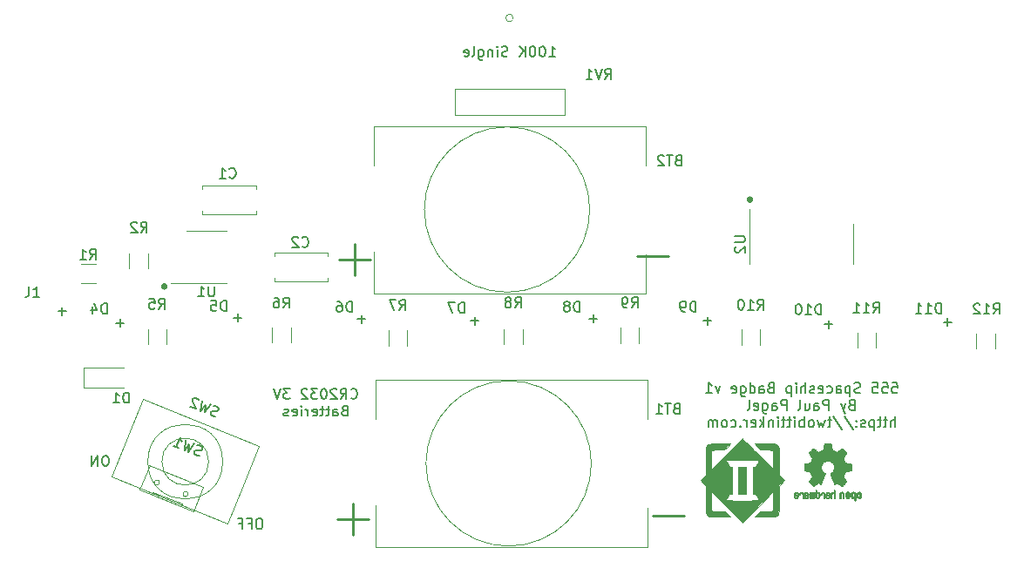
<source format=gbr>
%TF.GenerationSoftware,KiCad,Pcbnew,5.1.10-88a1d61d58~88~ubuntu20.04.1*%
%TF.CreationDate,2021-09-19T12:56:21-04:00*%
%TF.ProjectId,Spaceship-Badge-555,53706163-6573-4686-9970-2d4261646765,rev?*%
%TF.SameCoordinates,Original*%
%TF.FileFunction,Legend,Bot*%
%TF.FilePolarity,Positive*%
%FSLAX46Y46*%
G04 Gerber Fmt 4.6, Leading zero omitted, Abs format (unit mm)*
G04 Created by KiCad (PCBNEW 5.1.10-88a1d61d58~88~ubuntu20.04.1) date 2021-09-19 12:56:21*
%MOMM*%
%LPD*%
G01*
G04 APERTURE LIST*
%ADD10C,0.150000*%
%ADD11C,0.250000*%
%ADD12C,0.120000*%
%ADD13C,0.010000*%
G04 APERTURE END LIST*
D10*
X233707794Y-107123980D02*
X234183984Y-107123980D01*
X234231603Y-107600171D01*
X234183984Y-107552552D01*
X234088746Y-107504933D01*
X233850651Y-107504933D01*
X233755413Y-107552552D01*
X233707794Y-107600171D01*
X233660175Y-107695409D01*
X233660175Y-107933504D01*
X233707794Y-108028742D01*
X233755413Y-108076361D01*
X233850651Y-108123980D01*
X234088746Y-108123980D01*
X234183984Y-108076361D01*
X234231603Y-108028742D01*
X232755413Y-107123980D02*
X233231603Y-107123980D01*
X233279222Y-107600171D01*
X233231603Y-107552552D01*
X233136365Y-107504933D01*
X232898270Y-107504933D01*
X232803032Y-107552552D01*
X232755413Y-107600171D01*
X232707794Y-107695409D01*
X232707794Y-107933504D01*
X232755413Y-108028742D01*
X232803032Y-108076361D01*
X232898270Y-108123980D01*
X233136365Y-108123980D01*
X233231603Y-108076361D01*
X233279222Y-108028742D01*
X231803032Y-107123980D02*
X232279222Y-107123980D01*
X232326841Y-107600171D01*
X232279222Y-107552552D01*
X232183984Y-107504933D01*
X231945889Y-107504933D01*
X231850651Y-107552552D01*
X231803032Y-107600171D01*
X231755413Y-107695409D01*
X231755413Y-107933504D01*
X231803032Y-108028742D01*
X231850651Y-108076361D01*
X231945889Y-108123980D01*
X232183984Y-108123980D01*
X232279222Y-108076361D01*
X232326841Y-108028742D01*
X230612556Y-108076361D02*
X230469699Y-108123980D01*
X230231603Y-108123980D01*
X230136365Y-108076361D01*
X230088746Y-108028742D01*
X230041127Y-107933504D01*
X230041127Y-107838266D01*
X230088746Y-107743028D01*
X230136365Y-107695409D01*
X230231603Y-107647790D01*
X230422080Y-107600171D01*
X230517318Y-107552552D01*
X230564937Y-107504933D01*
X230612556Y-107409695D01*
X230612556Y-107314457D01*
X230564937Y-107219219D01*
X230517318Y-107171600D01*
X230422080Y-107123980D01*
X230183984Y-107123980D01*
X230041127Y-107171600D01*
X229612556Y-107457314D02*
X229612556Y-108457314D01*
X229612556Y-107504933D02*
X229517318Y-107457314D01*
X229326841Y-107457314D01*
X229231603Y-107504933D01*
X229183984Y-107552552D01*
X229136365Y-107647790D01*
X229136365Y-107933504D01*
X229183984Y-108028742D01*
X229231603Y-108076361D01*
X229326841Y-108123980D01*
X229517318Y-108123980D01*
X229612556Y-108076361D01*
X228279222Y-108123980D02*
X228279222Y-107600171D01*
X228326841Y-107504933D01*
X228422080Y-107457314D01*
X228612556Y-107457314D01*
X228707794Y-107504933D01*
X228279222Y-108076361D02*
X228374460Y-108123980D01*
X228612556Y-108123980D01*
X228707794Y-108076361D01*
X228755413Y-107981123D01*
X228755413Y-107885885D01*
X228707794Y-107790647D01*
X228612556Y-107743028D01*
X228374460Y-107743028D01*
X228279222Y-107695409D01*
X227374460Y-108076361D02*
X227469699Y-108123980D01*
X227660175Y-108123980D01*
X227755413Y-108076361D01*
X227803032Y-108028742D01*
X227850651Y-107933504D01*
X227850651Y-107647790D01*
X227803032Y-107552552D01*
X227755413Y-107504933D01*
X227660175Y-107457314D01*
X227469699Y-107457314D01*
X227374460Y-107504933D01*
X226564937Y-108076361D02*
X226660175Y-108123980D01*
X226850651Y-108123980D01*
X226945889Y-108076361D01*
X226993508Y-107981123D01*
X226993508Y-107600171D01*
X226945889Y-107504933D01*
X226850651Y-107457314D01*
X226660175Y-107457314D01*
X226564937Y-107504933D01*
X226517318Y-107600171D01*
X226517318Y-107695409D01*
X226993508Y-107790647D01*
X226136365Y-108076361D02*
X226041127Y-108123980D01*
X225850651Y-108123980D01*
X225755413Y-108076361D01*
X225707794Y-107981123D01*
X225707794Y-107933504D01*
X225755413Y-107838266D01*
X225850651Y-107790647D01*
X225993508Y-107790647D01*
X226088746Y-107743028D01*
X226136365Y-107647790D01*
X226136365Y-107600171D01*
X226088746Y-107504933D01*
X225993508Y-107457314D01*
X225850651Y-107457314D01*
X225755413Y-107504933D01*
X225279222Y-108123980D02*
X225279222Y-107123980D01*
X224850651Y-108123980D02*
X224850651Y-107600171D01*
X224898270Y-107504933D01*
X224993508Y-107457314D01*
X225136365Y-107457314D01*
X225231603Y-107504933D01*
X225279222Y-107552552D01*
X224374460Y-108123980D02*
X224374460Y-107457314D01*
X224374460Y-107123980D02*
X224422080Y-107171600D01*
X224374460Y-107219219D01*
X224326841Y-107171600D01*
X224374460Y-107123980D01*
X224374460Y-107219219D01*
X223898270Y-107457314D02*
X223898270Y-108457314D01*
X223898270Y-107504933D02*
X223803032Y-107457314D01*
X223612556Y-107457314D01*
X223517318Y-107504933D01*
X223469699Y-107552552D01*
X223422080Y-107647790D01*
X223422080Y-107933504D01*
X223469699Y-108028742D01*
X223517318Y-108076361D01*
X223612556Y-108123980D01*
X223803032Y-108123980D01*
X223898270Y-108076361D01*
X221898270Y-107600171D02*
X221755413Y-107647790D01*
X221707794Y-107695409D01*
X221660175Y-107790647D01*
X221660175Y-107933504D01*
X221707794Y-108028742D01*
X221755413Y-108076361D01*
X221850651Y-108123980D01*
X222231603Y-108123980D01*
X222231603Y-107123980D01*
X221898270Y-107123980D01*
X221803032Y-107171600D01*
X221755413Y-107219219D01*
X221707794Y-107314457D01*
X221707794Y-107409695D01*
X221755413Y-107504933D01*
X221803032Y-107552552D01*
X221898270Y-107600171D01*
X222231603Y-107600171D01*
X220803032Y-108123980D02*
X220803032Y-107600171D01*
X220850651Y-107504933D01*
X220945889Y-107457314D01*
X221136365Y-107457314D01*
X221231603Y-107504933D01*
X220803032Y-108076361D02*
X220898270Y-108123980D01*
X221136365Y-108123980D01*
X221231603Y-108076361D01*
X221279222Y-107981123D01*
X221279222Y-107885885D01*
X221231603Y-107790647D01*
X221136365Y-107743028D01*
X220898270Y-107743028D01*
X220803032Y-107695409D01*
X219898270Y-108123980D02*
X219898270Y-107123980D01*
X219898270Y-108076361D02*
X219993508Y-108123980D01*
X220183984Y-108123980D01*
X220279222Y-108076361D01*
X220326841Y-108028742D01*
X220374460Y-107933504D01*
X220374460Y-107647790D01*
X220326841Y-107552552D01*
X220279222Y-107504933D01*
X220183984Y-107457314D01*
X219993508Y-107457314D01*
X219898270Y-107504933D01*
X218993508Y-107457314D02*
X218993508Y-108266838D01*
X219041127Y-108362076D01*
X219088746Y-108409695D01*
X219183984Y-108457314D01*
X219326841Y-108457314D01*
X219422080Y-108409695D01*
X218993508Y-108076361D02*
X219088746Y-108123980D01*
X219279222Y-108123980D01*
X219374460Y-108076361D01*
X219422080Y-108028742D01*
X219469699Y-107933504D01*
X219469699Y-107647790D01*
X219422080Y-107552552D01*
X219374460Y-107504933D01*
X219279222Y-107457314D01*
X219088746Y-107457314D01*
X218993508Y-107504933D01*
X218136365Y-108076361D02*
X218231603Y-108123980D01*
X218422080Y-108123980D01*
X218517318Y-108076361D01*
X218564937Y-107981123D01*
X218564937Y-107600171D01*
X218517318Y-107504933D01*
X218422080Y-107457314D01*
X218231603Y-107457314D01*
X218136365Y-107504933D01*
X218088746Y-107600171D01*
X218088746Y-107695409D01*
X218564937Y-107790647D01*
X216993508Y-107457314D02*
X216755413Y-108123980D01*
X216517318Y-107457314D01*
X215612556Y-108123980D02*
X216183984Y-108123980D01*
X215898270Y-108123980D02*
X215898270Y-107123980D01*
X215993508Y-107266838D01*
X216088746Y-107362076D01*
X216183984Y-107409695D01*
X229755413Y-109250171D02*
X229612556Y-109297790D01*
X229564937Y-109345409D01*
X229517318Y-109440647D01*
X229517318Y-109583504D01*
X229564937Y-109678742D01*
X229612556Y-109726361D01*
X229707794Y-109773980D01*
X230088746Y-109773980D01*
X230088746Y-108773980D01*
X229755413Y-108773980D01*
X229660175Y-108821600D01*
X229612556Y-108869219D01*
X229564937Y-108964457D01*
X229564937Y-109059695D01*
X229612556Y-109154933D01*
X229660175Y-109202552D01*
X229755413Y-109250171D01*
X230088746Y-109250171D01*
X229183984Y-109107314D02*
X228945889Y-109773980D01*
X228707794Y-109107314D02*
X228945889Y-109773980D01*
X229041127Y-110012076D01*
X229088746Y-110059695D01*
X229183984Y-110107314D01*
X227564937Y-109773980D02*
X227564937Y-108773980D01*
X227183984Y-108773980D01*
X227088746Y-108821600D01*
X227041127Y-108869219D01*
X226993508Y-108964457D01*
X226993508Y-109107314D01*
X227041127Y-109202552D01*
X227088746Y-109250171D01*
X227183984Y-109297790D01*
X227564937Y-109297790D01*
X226136365Y-109773980D02*
X226136365Y-109250171D01*
X226183984Y-109154933D01*
X226279222Y-109107314D01*
X226469699Y-109107314D01*
X226564937Y-109154933D01*
X226136365Y-109726361D02*
X226231603Y-109773980D01*
X226469699Y-109773980D01*
X226564937Y-109726361D01*
X226612556Y-109631123D01*
X226612556Y-109535885D01*
X226564937Y-109440647D01*
X226469699Y-109393028D01*
X226231603Y-109393028D01*
X226136365Y-109345409D01*
X225231603Y-109107314D02*
X225231603Y-109773980D01*
X225660175Y-109107314D02*
X225660175Y-109631123D01*
X225612556Y-109726361D01*
X225517318Y-109773980D01*
X225374460Y-109773980D01*
X225279222Y-109726361D01*
X225231603Y-109678742D01*
X224612556Y-109773980D02*
X224707794Y-109726361D01*
X224755413Y-109631123D01*
X224755413Y-108773980D01*
X223469699Y-109773980D02*
X223469699Y-108773980D01*
X223088746Y-108773980D01*
X222993508Y-108821600D01*
X222945889Y-108869219D01*
X222898270Y-108964457D01*
X222898270Y-109107314D01*
X222945889Y-109202552D01*
X222993508Y-109250171D01*
X223088746Y-109297790D01*
X223469699Y-109297790D01*
X222041127Y-109773980D02*
X222041127Y-109250171D01*
X222088746Y-109154933D01*
X222183984Y-109107314D01*
X222374460Y-109107314D01*
X222469699Y-109154933D01*
X222041127Y-109726361D02*
X222136365Y-109773980D01*
X222374460Y-109773980D01*
X222469699Y-109726361D01*
X222517318Y-109631123D01*
X222517318Y-109535885D01*
X222469699Y-109440647D01*
X222374460Y-109393028D01*
X222136365Y-109393028D01*
X222041127Y-109345409D01*
X221136365Y-109107314D02*
X221136365Y-109916838D01*
X221183984Y-110012076D01*
X221231603Y-110059695D01*
X221326841Y-110107314D01*
X221469699Y-110107314D01*
X221564937Y-110059695D01*
X221136365Y-109726361D02*
X221231603Y-109773980D01*
X221422080Y-109773980D01*
X221517318Y-109726361D01*
X221564937Y-109678742D01*
X221612556Y-109583504D01*
X221612556Y-109297790D01*
X221564937Y-109202552D01*
X221517318Y-109154933D01*
X221422080Y-109107314D01*
X221231603Y-109107314D01*
X221136365Y-109154933D01*
X220279222Y-109726361D02*
X220374460Y-109773980D01*
X220564937Y-109773980D01*
X220660175Y-109726361D01*
X220707794Y-109631123D01*
X220707794Y-109250171D01*
X220660175Y-109154933D01*
X220564937Y-109107314D01*
X220374460Y-109107314D01*
X220279222Y-109154933D01*
X220231603Y-109250171D01*
X220231603Y-109345409D01*
X220707794Y-109440647D01*
X219660175Y-109773980D02*
X219755413Y-109726361D01*
X219803032Y-109631123D01*
X219803032Y-108773980D01*
X233993508Y-111423980D02*
X233993508Y-110423980D01*
X233564937Y-111423980D02*
X233564937Y-110900171D01*
X233612556Y-110804933D01*
X233707794Y-110757314D01*
X233850651Y-110757314D01*
X233945889Y-110804933D01*
X233993508Y-110852552D01*
X233231603Y-110757314D02*
X232850651Y-110757314D01*
X233088746Y-110423980D02*
X233088746Y-111281123D01*
X233041127Y-111376361D01*
X232945889Y-111423980D01*
X232850651Y-111423980D01*
X232660175Y-110757314D02*
X232279222Y-110757314D01*
X232517318Y-110423980D02*
X232517318Y-111281123D01*
X232469699Y-111376361D01*
X232374460Y-111423980D01*
X232279222Y-111423980D01*
X231945889Y-110757314D02*
X231945889Y-111757314D01*
X231945889Y-110804933D02*
X231850651Y-110757314D01*
X231660175Y-110757314D01*
X231564937Y-110804933D01*
X231517318Y-110852552D01*
X231469699Y-110947790D01*
X231469699Y-111233504D01*
X231517318Y-111328742D01*
X231564937Y-111376361D01*
X231660175Y-111423980D01*
X231850651Y-111423980D01*
X231945889Y-111376361D01*
X231088746Y-111376361D02*
X230993508Y-111423980D01*
X230803032Y-111423980D01*
X230707794Y-111376361D01*
X230660175Y-111281123D01*
X230660175Y-111233504D01*
X230707794Y-111138266D01*
X230803032Y-111090647D01*
X230945889Y-111090647D01*
X231041127Y-111043028D01*
X231088746Y-110947790D01*
X231088746Y-110900171D01*
X231041127Y-110804933D01*
X230945889Y-110757314D01*
X230803032Y-110757314D01*
X230707794Y-110804933D01*
X230231603Y-111328742D02*
X230183984Y-111376361D01*
X230231603Y-111423980D01*
X230279222Y-111376361D01*
X230231603Y-111328742D01*
X230231603Y-111423980D01*
X230231603Y-110804933D02*
X230183984Y-110852552D01*
X230231603Y-110900171D01*
X230279222Y-110852552D01*
X230231603Y-110804933D01*
X230231603Y-110900171D01*
X229041127Y-110376361D02*
X229898270Y-111662076D01*
X227993508Y-110376361D02*
X228850651Y-111662076D01*
X227803032Y-110757314D02*
X227422080Y-110757314D01*
X227660175Y-110423980D02*
X227660175Y-111281123D01*
X227612556Y-111376361D01*
X227517318Y-111423980D01*
X227422080Y-111423980D01*
X227183984Y-110757314D02*
X226993508Y-111423980D01*
X226803032Y-110947790D01*
X226612556Y-111423980D01*
X226422080Y-110757314D01*
X225898270Y-111423980D02*
X225993508Y-111376361D01*
X226041127Y-111328742D01*
X226088746Y-111233504D01*
X226088746Y-110947790D01*
X226041127Y-110852552D01*
X225993508Y-110804933D01*
X225898270Y-110757314D01*
X225755413Y-110757314D01*
X225660175Y-110804933D01*
X225612556Y-110852552D01*
X225564937Y-110947790D01*
X225564937Y-111233504D01*
X225612556Y-111328742D01*
X225660175Y-111376361D01*
X225755413Y-111423980D01*
X225898270Y-111423980D01*
X225136365Y-111423980D02*
X225136365Y-110423980D01*
X225136365Y-110804933D02*
X225041127Y-110757314D01*
X224850651Y-110757314D01*
X224755413Y-110804933D01*
X224707794Y-110852552D01*
X224660175Y-110947790D01*
X224660175Y-111233504D01*
X224707794Y-111328742D01*
X224755413Y-111376361D01*
X224850651Y-111423980D01*
X225041127Y-111423980D01*
X225136365Y-111376361D01*
X224231603Y-111423980D02*
X224231603Y-110757314D01*
X224231603Y-110423980D02*
X224279222Y-110471600D01*
X224231603Y-110519219D01*
X224183984Y-110471600D01*
X224231603Y-110423980D01*
X224231603Y-110519219D01*
X223898270Y-110757314D02*
X223517318Y-110757314D01*
X223755413Y-110423980D02*
X223755413Y-111281123D01*
X223707794Y-111376361D01*
X223612556Y-111423980D01*
X223517318Y-111423980D01*
X223326841Y-110757314D02*
X222945889Y-110757314D01*
X223183984Y-110423980D02*
X223183984Y-111281123D01*
X223136365Y-111376361D01*
X223041127Y-111423980D01*
X222945889Y-111423980D01*
X222612556Y-111423980D02*
X222612556Y-110757314D01*
X222612556Y-110423980D02*
X222660175Y-110471600D01*
X222612556Y-110519219D01*
X222564937Y-110471600D01*
X222612556Y-110423980D01*
X222612556Y-110519219D01*
X222136365Y-110757314D02*
X222136365Y-111423980D01*
X222136365Y-110852552D02*
X222088746Y-110804933D01*
X221993508Y-110757314D01*
X221850651Y-110757314D01*
X221755413Y-110804933D01*
X221707794Y-110900171D01*
X221707794Y-111423980D01*
X221231603Y-111423980D02*
X221231603Y-110423980D01*
X221136365Y-111043028D02*
X220850651Y-111423980D01*
X220850651Y-110757314D02*
X221231603Y-111138266D01*
X220041127Y-111376361D02*
X220136365Y-111423980D01*
X220326841Y-111423980D01*
X220422080Y-111376361D01*
X220469699Y-111281123D01*
X220469699Y-110900171D01*
X220422080Y-110804933D01*
X220326841Y-110757314D01*
X220136365Y-110757314D01*
X220041127Y-110804933D01*
X219993508Y-110900171D01*
X219993508Y-110995409D01*
X220469699Y-111090647D01*
X219564937Y-111423980D02*
X219564937Y-110757314D01*
X219564937Y-110947790D02*
X219517318Y-110852552D01*
X219469699Y-110804933D01*
X219374460Y-110757314D01*
X219279222Y-110757314D01*
X218945889Y-111328742D02*
X218898270Y-111376361D01*
X218945889Y-111423980D01*
X218993508Y-111376361D01*
X218945889Y-111328742D01*
X218945889Y-111423980D01*
X218041127Y-111376361D02*
X218136365Y-111423980D01*
X218326841Y-111423980D01*
X218422080Y-111376361D01*
X218469699Y-111328742D01*
X218517318Y-111233504D01*
X218517318Y-110947790D01*
X218469699Y-110852552D01*
X218422080Y-110804933D01*
X218326841Y-110757314D01*
X218136365Y-110757314D01*
X218041127Y-110804933D01*
X217469699Y-111423980D02*
X217564937Y-111376361D01*
X217612556Y-111328742D01*
X217660175Y-111233504D01*
X217660175Y-110947790D01*
X217612556Y-110852552D01*
X217564937Y-110804933D01*
X217469699Y-110757314D01*
X217326841Y-110757314D01*
X217231603Y-110804933D01*
X217183984Y-110852552D01*
X217136365Y-110947790D01*
X217136365Y-111233504D01*
X217183984Y-111328742D01*
X217231603Y-111376361D01*
X217326841Y-111423980D01*
X217469699Y-111423980D01*
X216707794Y-111423980D02*
X216707794Y-110757314D01*
X216707794Y-110852552D02*
X216660175Y-110804933D01*
X216564937Y-110757314D01*
X216422080Y-110757314D01*
X216326841Y-110804933D01*
X216279222Y-110900171D01*
X216279222Y-111423980D01*
X216279222Y-110900171D02*
X216231603Y-110804933D01*
X216136365Y-110757314D01*
X215993508Y-110757314D01*
X215898270Y-110804933D01*
X215850651Y-110900171D01*
X215850651Y-111423980D01*
X181109832Y-108599742D02*
X181157451Y-108647361D01*
X181300308Y-108694980D01*
X181395546Y-108694980D01*
X181538403Y-108647361D01*
X181633641Y-108552123D01*
X181681260Y-108456885D01*
X181728880Y-108266409D01*
X181728880Y-108123552D01*
X181681260Y-107933076D01*
X181633641Y-107837838D01*
X181538403Y-107742600D01*
X181395546Y-107694980D01*
X181300308Y-107694980D01*
X181157451Y-107742600D01*
X181109832Y-107790219D01*
X180109832Y-108694980D02*
X180443165Y-108218790D01*
X180681260Y-108694980D02*
X180681260Y-107694980D01*
X180300308Y-107694980D01*
X180205070Y-107742600D01*
X180157451Y-107790219D01*
X180109832Y-107885457D01*
X180109832Y-108028314D01*
X180157451Y-108123552D01*
X180205070Y-108171171D01*
X180300308Y-108218790D01*
X180681260Y-108218790D01*
X179728880Y-107790219D02*
X179681260Y-107742600D01*
X179586022Y-107694980D01*
X179347927Y-107694980D01*
X179252689Y-107742600D01*
X179205070Y-107790219D01*
X179157451Y-107885457D01*
X179157451Y-107980695D01*
X179205070Y-108123552D01*
X179776499Y-108694980D01*
X179157451Y-108694980D01*
X178538403Y-107694980D02*
X178443165Y-107694980D01*
X178347927Y-107742600D01*
X178300308Y-107790219D01*
X178252689Y-107885457D01*
X178205070Y-108075933D01*
X178205070Y-108314028D01*
X178252689Y-108504504D01*
X178300308Y-108599742D01*
X178347927Y-108647361D01*
X178443165Y-108694980D01*
X178538403Y-108694980D01*
X178633641Y-108647361D01*
X178681260Y-108599742D01*
X178728880Y-108504504D01*
X178776499Y-108314028D01*
X178776499Y-108075933D01*
X178728880Y-107885457D01*
X178681260Y-107790219D01*
X178633641Y-107742600D01*
X178538403Y-107694980D01*
X177871737Y-107694980D02*
X177252689Y-107694980D01*
X177586022Y-108075933D01*
X177443165Y-108075933D01*
X177347927Y-108123552D01*
X177300308Y-108171171D01*
X177252689Y-108266409D01*
X177252689Y-108504504D01*
X177300308Y-108599742D01*
X177347927Y-108647361D01*
X177443165Y-108694980D01*
X177728880Y-108694980D01*
X177824118Y-108647361D01*
X177871737Y-108599742D01*
X176871737Y-107790219D02*
X176824118Y-107742600D01*
X176728880Y-107694980D01*
X176490784Y-107694980D01*
X176395546Y-107742600D01*
X176347927Y-107790219D01*
X176300308Y-107885457D01*
X176300308Y-107980695D01*
X176347927Y-108123552D01*
X176919356Y-108694980D01*
X176300308Y-108694980D01*
X175205070Y-107694980D02*
X174586022Y-107694980D01*
X174919356Y-108075933D01*
X174776499Y-108075933D01*
X174681260Y-108123552D01*
X174633641Y-108171171D01*
X174586022Y-108266409D01*
X174586022Y-108504504D01*
X174633641Y-108599742D01*
X174681260Y-108647361D01*
X174776499Y-108694980D01*
X175062213Y-108694980D01*
X175157451Y-108647361D01*
X175205070Y-108599742D01*
X174300308Y-107694980D02*
X173966975Y-108694980D01*
X173633641Y-107694980D01*
X180490784Y-109821171D02*
X180347927Y-109868790D01*
X180300308Y-109916409D01*
X180252689Y-110011647D01*
X180252689Y-110154504D01*
X180300308Y-110249742D01*
X180347927Y-110297361D01*
X180443165Y-110344980D01*
X180824118Y-110344980D01*
X180824118Y-109344980D01*
X180490784Y-109344980D01*
X180395546Y-109392600D01*
X180347927Y-109440219D01*
X180300308Y-109535457D01*
X180300308Y-109630695D01*
X180347927Y-109725933D01*
X180395546Y-109773552D01*
X180490784Y-109821171D01*
X180824118Y-109821171D01*
X179395546Y-110344980D02*
X179395546Y-109821171D01*
X179443165Y-109725933D01*
X179538403Y-109678314D01*
X179728880Y-109678314D01*
X179824118Y-109725933D01*
X179395546Y-110297361D02*
X179490784Y-110344980D01*
X179728880Y-110344980D01*
X179824118Y-110297361D01*
X179871737Y-110202123D01*
X179871737Y-110106885D01*
X179824118Y-110011647D01*
X179728880Y-109964028D01*
X179490784Y-109964028D01*
X179395546Y-109916409D01*
X179062213Y-109678314D02*
X178681260Y-109678314D01*
X178919356Y-109344980D02*
X178919356Y-110202123D01*
X178871737Y-110297361D01*
X178776499Y-110344980D01*
X178681260Y-110344980D01*
X178490784Y-109678314D02*
X178109832Y-109678314D01*
X178347927Y-109344980D02*
X178347927Y-110202123D01*
X178300308Y-110297361D01*
X178205070Y-110344980D01*
X178109832Y-110344980D01*
X177395546Y-110297361D02*
X177490784Y-110344980D01*
X177681260Y-110344980D01*
X177776499Y-110297361D01*
X177824118Y-110202123D01*
X177824118Y-109821171D01*
X177776499Y-109725933D01*
X177681260Y-109678314D01*
X177490784Y-109678314D01*
X177395546Y-109725933D01*
X177347927Y-109821171D01*
X177347927Y-109916409D01*
X177824118Y-110011647D01*
X176919356Y-110344980D02*
X176919356Y-109678314D01*
X176919356Y-109868790D02*
X176871737Y-109773552D01*
X176824118Y-109725933D01*
X176728880Y-109678314D01*
X176633641Y-109678314D01*
X176300308Y-110344980D02*
X176300308Y-109678314D01*
X176300308Y-109344980D02*
X176347927Y-109392600D01*
X176300308Y-109440219D01*
X176252689Y-109392600D01*
X176300308Y-109344980D01*
X176300308Y-109440219D01*
X175443165Y-110297361D02*
X175538403Y-110344980D01*
X175728880Y-110344980D01*
X175824118Y-110297361D01*
X175871737Y-110202123D01*
X175871737Y-109821171D01*
X175824118Y-109725933D01*
X175728880Y-109678314D01*
X175538403Y-109678314D01*
X175443165Y-109725933D01*
X175395546Y-109821171D01*
X175395546Y-109916409D01*
X175871737Y-110011647D01*
X175014594Y-110297361D02*
X174919356Y-110344980D01*
X174728880Y-110344980D01*
X174633641Y-110297361D01*
X174586022Y-110202123D01*
X174586022Y-110154504D01*
X174633641Y-110059266D01*
X174728880Y-110011647D01*
X174871737Y-110011647D01*
X174966975Y-109964028D01*
X175014594Y-109868790D01*
X175014594Y-109821171D01*
X174966975Y-109725933D01*
X174871737Y-109678314D01*
X174728880Y-109678314D01*
X174633641Y-109725933D01*
X153441352Y-100167748D02*
X152679447Y-100167748D01*
X153060400Y-100548700D02*
X153060400Y-99786796D01*
D11*
X220087800Y-89331800D02*
G75*
G03*
X220087800Y-89331800I-200000J0D01*
G01*
X163181640Y-97769680D02*
G75*
G03*
X163181640Y-97769680I-200000J0D01*
G01*
D10*
X205064312Y-100894188D02*
X204302407Y-100894188D01*
X204683360Y-101275140D02*
X204683360Y-100513236D01*
X172316020Y-120320820D02*
X172125544Y-120320820D01*
X172030306Y-120368440D01*
X171935068Y-120463678D01*
X171887449Y-120654154D01*
X171887449Y-120987487D01*
X171935068Y-121177963D01*
X172030306Y-121273201D01*
X172125544Y-121320820D01*
X172316020Y-121320820D01*
X172411259Y-121273201D01*
X172506497Y-121177963D01*
X172554116Y-120987487D01*
X172554116Y-120654154D01*
X172506497Y-120463678D01*
X172411259Y-120368440D01*
X172316020Y-120320820D01*
X171125544Y-120797011D02*
X171458878Y-120797011D01*
X171458878Y-121320820D02*
X171458878Y-120320820D01*
X170982687Y-120320820D01*
X170268401Y-120797011D02*
X170601735Y-120797011D01*
X170601735Y-121320820D02*
X170601735Y-120320820D01*
X170125544Y-120320820D01*
X157372607Y-114219740D02*
X157182131Y-114219740D01*
X157086893Y-114267360D01*
X156991655Y-114362598D01*
X156944036Y-114553074D01*
X156944036Y-114886407D01*
X156991655Y-115076883D01*
X157086893Y-115172121D01*
X157182131Y-115219740D01*
X157372607Y-115219740D01*
X157467845Y-115172121D01*
X157563083Y-115076883D01*
X157610702Y-114886407D01*
X157610702Y-114553074D01*
X157563083Y-114362598D01*
X157467845Y-114267360D01*
X157372607Y-114219740D01*
X156515464Y-115219740D02*
X156515464Y-114219740D01*
X155944036Y-115219740D01*
X155944036Y-114219740D01*
X238709247Y-101214228D02*
X239471152Y-101214228D01*
X239090200Y-101595180D02*
X239090200Y-100833276D01*
X227152247Y-101417428D02*
X227914152Y-101417428D01*
X227533200Y-101798380D02*
X227533200Y-101036476D01*
X215392047Y-101087228D02*
X216153952Y-101087228D01*
X215773000Y-101468180D02*
X215773000Y-100706276D01*
X192786047Y-101087228D02*
X193547952Y-101087228D01*
X193167000Y-101468180D02*
X193167000Y-100706276D01*
X181762447Y-100934828D02*
X182524352Y-100934828D01*
X182143400Y-101315780D02*
X182143400Y-100553876D01*
X169722847Y-100807828D02*
X170484752Y-100807828D01*
X170103800Y-101188780D02*
X170103800Y-100426876D01*
X158292847Y-101315828D02*
X159054752Y-101315828D01*
X158673800Y-101696780D02*
X158673800Y-100934876D01*
D12*
%TO.C,SW2*%
X167298898Y-114789857D02*
G75*
G03*
X167298898Y-114789857I-2271845J0D01*
G01*
X168663779Y-114789857D02*
G75*
G03*
X168663779Y-114789857I-3636726J0D01*
G01*
X169156764Y-120841534D02*
X170679165Y-117073459D01*
X157852539Y-116274330D02*
X169156764Y-120841534D01*
X160897341Y-108738180D02*
X157852539Y-116274330D01*
X172201567Y-113305384D02*
X160897341Y-108738180D01*
X170679165Y-117073459D02*
X172201567Y-113305384D01*
%TO.C,D1*%
X155153800Y-107624120D02*
X159053800Y-107624120D01*
X155153800Y-105624120D02*
X159053800Y-105624120D01*
X155153800Y-107624120D02*
X155153800Y-105624120D01*
%TO.C,RV1*%
X201858880Y-81056480D02*
X201858880Y-78516480D01*
X191190880Y-81056480D02*
X201858880Y-81056480D01*
X191190880Y-78516480D02*
X191190880Y-81056480D01*
X201858880Y-78516480D02*
X191190880Y-78516480D01*
X196884090Y-71658480D02*
G75*
G03*
X196884090Y-71658480I-359210J0D01*
G01*
%TO.C,SW1*%
X161546945Y-115173891D02*
X166728048Y-117267193D01*
X160611927Y-117488142D02*
X161563427Y-115133095D01*
X165793030Y-119581444D02*
X160611927Y-117488142D01*
X166744531Y-117226397D02*
X165793030Y-119581444D01*
X162532461Y-116817612D02*
G75*
G03*
X162532461Y-116817612I-253999J0D01*
G01*
X165314014Y-117941432D02*
G75*
G03*
X165314014Y-117941432I-254000J0D01*
G01*
X164615506Y-119105693D02*
X164710656Y-118870189D01*
X164710656Y-118870189D02*
X161884600Y-117728388D01*
X161884600Y-117728388D02*
X161789450Y-117963892D01*
D13*
%TO.C,REF\u002A\u002A*%
G36*
X227327690Y-113040948D02*
G01*
X227249146Y-113041378D01*
X227192302Y-113042542D01*
X227153495Y-113044807D01*
X227129062Y-113048540D01*
X227115338Y-113054106D01*
X227108660Y-113061873D01*
X227105364Y-113072205D01*
X227105044Y-113073543D01*
X227100038Y-113097679D01*
X227090771Y-113145301D01*
X227078208Y-113211341D01*
X227063313Y-113290728D01*
X227047049Y-113378396D01*
X227046481Y-113381475D01*
X227030190Y-113467389D01*
X227014948Y-113543296D01*
X227001739Y-113604645D01*
X226991546Y-113646882D01*
X226985352Y-113665455D01*
X226985057Y-113665784D01*
X226966812Y-113674853D01*
X226929195Y-113689967D01*
X226880329Y-113707862D01*
X226880057Y-113707958D01*
X226818507Y-113731093D01*
X226745943Y-113760565D01*
X226677543Y-113790197D01*
X226674306Y-113791662D01*
X226562898Y-113842226D01*
X226316201Y-113673760D01*
X226240523Y-113622403D01*
X226171969Y-113576489D01*
X226114512Y-113538630D01*
X226072124Y-113511437D01*
X226048775Y-113497521D01*
X226046558Y-113496489D01*
X226029590Y-113501084D01*
X225997899Y-113523255D01*
X225950248Y-113564047D01*
X225885402Y-113624505D01*
X225819203Y-113688827D01*
X225755386Y-113752212D01*
X225698271Y-113810051D01*
X225651295Y-113858775D01*
X225617897Y-113894810D01*
X225601515Y-113914584D01*
X225600906Y-113915602D01*
X225599095Y-113929172D01*
X225605917Y-113951333D01*
X225623060Y-113985078D01*
X225652207Y-114033400D01*
X225695045Y-114099292D01*
X225752152Y-114184117D01*
X225802834Y-114258777D01*
X225848139Y-114325740D01*
X225885450Y-114381116D01*
X225912148Y-114421020D01*
X225925615Y-114441562D01*
X225926463Y-114442956D01*
X225924819Y-114462638D01*
X225912355Y-114500893D01*
X225891552Y-114550489D01*
X225884138Y-114566328D01*
X225851786Y-114636890D01*
X225817272Y-114716953D01*
X225789235Y-114786229D01*
X225769032Y-114837645D01*
X225752985Y-114876719D01*
X225743712Y-114897141D01*
X225742559Y-114898714D01*
X225725504Y-114901321D01*
X225685302Y-114908463D01*
X225627298Y-114919123D01*
X225556837Y-114932285D01*
X225479265Y-114946933D01*
X225399928Y-114962049D01*
X225324169Y-114976618D01*
X225257336Y-114989622D01*
X225204772Y-115000045D01*
X225171824Y-115006870D01*
X225163743Y-115008799D01*
X225155395Y-115013562D01*
X225149094Y-115024318D01*
X225144555Y-115044698D01*
X225141496Y-115078334D01*
X225139633Y-115128855D01*
X225138682Y-115199892D01*
X225138360Y-115295076D01*
X225138343Y-115334092D01*
X225138343Y-115651399D01*
X225214543Y-115666439D01*
X225256937Y-115674595D01*
X225320200Y-115686499D01*
X225396638Y-115700716D01*
X225478557Y-115715810D01*
X225501200Y-115719955D01*
X225576794Y-115734653D01*
X225642647Y-115749105D01*
X225693234Y-115761975D01*
X225723026Y-115771922D01*
X225727988Y-115774887D01*
X225740174Y-115795883D01*
X225757647Y-115836567D01*
X225777023Y-115888922D01*
X225780866Y-115900200D01*
X225806261Y-115970123D01*
X225837783Y-116049018D01*
X225868631Y-116119866D01*
X225868783Y-116120195D01*
X225920153Y-116231333D01*
X225751201Y-116479853D01*
X225582248Y-116728372D01*
X225799171Y-116945658D01*
X225864781Y-117010326D01*
X225924621Y-117067333D01*
X225975333Y-117113633D01*
X226013554Y-117146184D01*
X226035925Y-117161943D01*
X226039134Y-117162943D01*
X226057974Y-117155069D01*
X226096420Y-117133178D01*
X226150270Y-117099867D01*
X226215324Y-117057731D01*
X226285660Y-117010543D01*
X226357045Y-116962410D01*
X226420692Y-116920528D01*
X226472559Y-116887471D01*
X226508605Y-116865818D01*
X226524733Y-116858143D01*
X226544411Y-116864637D01*
X226581725Y-116881750D01*
X226628979Y-116905926D01*
X226633988Y-116908613D01*
X226697623Y-116940527D01*
X226741259Y-116956179D01*
X226768398Y-116956345D01*
X226782543Y-116941804D01*
X226782625Y-116941600D01*
X226789695Y-116924379D01*
X226806558Y-116883499D01*
X226831905Y-116822125D01*
X226864429Y-116743419D01*
X226902822Y-116650547D01*
X226945778Y-116546672D01*
X226987378Y-116446102D01*
X227033096Y-116335116D01*
X227075074Y-116232303D01*
X227112052Y-116140815D01*
X227142773Y-116063801D01*
X227165978Y-116004415D01*
X227180410Y-115965809D01*
X227184857Y-115951400D01*
X227173704Y-115934872D01*
X227144531Y-115908530D01*
X227105629Y-115879487D01*
X226994843Y-115787639D01*
X226908249Y-115682359D01*
X226846884Y-115565866D01*
X226811785Y-115440376D01*
X226803992Y-115308107D01*
X226809657Y-115247057D01*
X226840522Y-115120395D01*
X226893680Y-115008541D01*
X226965833Y-114912601D01*
X227053683Y-114833676D01*
X227153935Y-114772870D01*
X227263290Y-114731287D01*
X227378453Y-114710028D01*
X227496125Y-114710199D01*
X227613010Y-114732901D01*
X227725811Y-114779238D01*
X227831231Y-114850313D01*
X227875232Y-114890511D01*
X227959621Y-114993729D01*
X228018378Y-115106525D01*
X228051896Y-115225610D01*
X228060565Y-115347695D01*
X228044777Y-115469493D01*
X228004922Y-115587716D01*
X227941393Y-115699075D01*
X227854579Y-115800284D01*
X227757571Y-115879487D01*
X227717163Y-115909762D01*
X227688618Y-115935819D01*
X227678343Y-115951425D01*
X227683723Y-115968443D01*
X227699025Y-116009100D01*
X227722988Y-116070242D01*
X227754356Y-116148719D01*
X227791868Y-116241380D01*
X227834267Y-116345072D01*
X227875937Y-116446126D01*
X227921910Y-116557207D01*
X227964493Y-116660141D01*
X228002379Y-116751765D01*
X228034260Y-116828916D01*
X228058829Y-116888431D01*
X228074780Y-116927144D01*
X228080690Y-116941600D01*
X228094652Y-116956285D01*
X228121660Y-116956242D01*
X228165187Y-116940699D01*
X228228710Y-116908884D01*
X228229212Y-116908613D01*
X228277040Y-116883923D01*
X228315703Y-116865938D01*
X228337505Y-116858214D01*
X228338467Y-116858143D01*
X228354879Y-116865978D01*
X228391113Y-116887765D01*
X228443126Y-116920928D01*
X228506875Y-116962891D01*
X228577540Y-117010543D01*
X228649484Y-117058791D01*
X228714326Y-117100751D01*
X228767865Y-117133827D01*
X228805903Y-117155421D01*
X228824067Y-117162943D01*
X228840792Y-117153057D01*
X228874420Y-117125426D01*
X228921590Y-117083095D01*
X228978942Y-117029105D01*
X229043116Y-116966499D01*
X229064103Y-116945583D01*
X229281101Y-116728223D01*
X229115932Y-116485820D01*
X229065736Y-116411381D01*
X229021681Y-116344572D01*
X228986238Y-116289265D01*
X228961881Y-116249329D01*
X228951078Y-116228636D01*
X228950762Y-116227163D01*
X228956457Y-116207658D01*
X228971774Y-116168422D01*
X228994063Y-116116030D01*
X229009707Y-116080955D01*
X229038959Y-116013801D01*
X229066506Y-115945958D01*
X229087863Y-115888634D01*
X229093665Y-115871172D01*
X229110148Y-115824538D01*
X229126260Y-115788505D01*
X229135110Y-115774887D01*
X229154640Y-115766552D01*
X229197266Y-115754737D01*
X229257455Y-115740781D01*
X229329678Y-115726022D01*
X229362000Y-115719955D01*
X229444078Y-115704873D01*
X229522805Y-115690269D01*
X229590491Y-115677580D01*
X229639440Y-115668242D01*
X229648657Y-115666439D01*
X229724857Y-115651399D01*
X229724857Y-115334092D01*
X229724686Y-115229754D01*
X229723984Y-115150813D01*
X229722466Y-115093638D01*
X229719851Y-115054599D01*
X229715854Y-115030065D01*
X229710191Y-115016405D01*
X229702580Y-115009989D01*
X229699457Y-115008799D01*
X229680622Y-115004580D01*
X229639012Y-114996162D01*
X229579970Y-114984561D01*
X229508843Y-114970795D01*
X229430975Y-114955880D01*
X229351713Y-114940832D01*
X229276402Y-114926669D01*
X229210387Y-114914406D01*
X229159013Y-114905061D01*
X229127625Y-114899650D01*
X229120641Y-114898714D01*
X229114315Y-114886196D01*
X229100310Y-114852846D01*
X229081245Y-114804977D01*
X229073966Y-114786229D01*
X229044604Y-114713795D01*
X229010029Y-114633770D01*
X228979063Y-114566328D01*
X228956277Y-114514759D01*
X228941118Y-114472385D01*
X228936058Y-114446434D01*
X228936864Y-114442956D01*
X228947559Y-114426536D01*
X228971980Y-114390017D01*
X229007505Y-114337287D01*
X229051513Y-114272235D01*
X229101383Y-114198751D01*
X229111244Y-114184245D01*
X229169108Y-114098304D01*
X229211644Y-114032861D01*
X229240546Y-113984904D01*
X229257510Y-113951420D01*
X229264233Y-113929395D01*
X229262410Y-113915817D01*
X229262364Y-113915731D01*
X229248014Y-113897897D01*
X229216277Y-113863417D01*
X229170590Y-113815868D01*
X229114396Y-113758822D01*
X229051132Y-113695855D01*
X229043998Y-113688827D01*
X228964270Y-113611620D01*
X228902743Y-113554930D01*
X228858179Y-113517710D01*
X228829343Y-113498915D01*
X228816642Y-113496489D01*
X228798106Y-113507071D01*
X228759639Y-113531516D01*
X228705214Y-113567212D01*
X228638802Y-113611547D01*
X228564375Y-113661911D01*
X228546999Y-113673760D01*
X228300303Y-113842226D01*
X228188894Y-113791662D01*
X228121143Y-113762195D01*
X228048417Y-113732559D01*
X227985897Y-113708930D01*
X227983143Y-113707958D01*
X227934240Y-113690057D01*
X227896543Y-113674920D01*
X227878175Y-113665810D01*
X227878144Y-113665784D01*
X227872315Y-113649317D01*
X227862408Y-113608819D01*
X227849405Y-113548842D01*
X227834291Y-113473940D01*
X227818048Y-113388664D01*
X227816719Y-113381475D01*
X227800425Y-113293614D01*
X227785467Y-113213860D01*
X227772809Y-113147281D01*
X227763414Y-113098947D01*
X227758246Y-113073925D01*
X227758156Y-113073543D01*
X227755011Y-113062899D01*
X227748896Y-113054862D01*
X227736147Y-113049067D01*
X227713100Y-113045147D01*
X227676091Y-113042735D01*
X227621456Y-113041465D01*
X227545533Y-113040971D01*
X227444656Y-113040886D01*
X227431600Y-113040886D01*
X227327690Y-113040948D01*
G37*
X227327690Y-113040948D02*
X227249146Y-113041378D01*
X227192302Y-113042542D01*
X227153495Y-113044807D01*
X227129062Y-113048540D01*
X227115338Y-113054106D01*
X227108660Y-113061873D01*
X227105364Y-113072205D01*
X227105044Y-113073543D01*
X227100038Y-113097679D01*
X227090771Y-113145301D01*
X227078208Y-113211341D01*
X227063313Y-113290728D01*
X227047049Y-113378396D01*
X227046481Y-113381475D01*
X227030190Y-113467389D01*
X227014948Y-113543296D01*
X227001739Y-113604645D01*
X226991546Y-113646882D01*
X226985352Y-113665455D01*
X226985057Y-113665784D01*
X226966812Y-113674853D01*
X226929195Y-113689967D01*
X226880329Y-113707862D01*
X226880057Y-113707958D01*
X226818507Y-113731093D01*
X226745943Y-113760565D01*
X226677543Y-113790197D01*
X226674306Y-113791662D01*
X226562898Y-113842226D01*
X226316201Y-113673760D01*
X226240523Y-113622403D01*
X226171969Y-113576489D01*
X226114512Y-113538630D01*
X226072124Y-113511437D01*
X226048775Y-113497521D01*
X226046558Y-113496489D01*
X226029590Y-113501084D01*
X225997899Y-113523255D01*
X225950248Y-113564047D01*
X225885402Y-113624505D01*
X225819203Y-113688827D01*
X225755386Y-113752212D01*
X225698271Y-113810051D01*
X225651295Y-113858775D01*
X225617897Y-113894810D01*
X225601515Y-113914584D01*
X225600906Y-113915602D01*
X225599095Y-113929172D01*
X225605917Y-113951333D01*
X225623060Y-113985078D01*
X225652207Y-114033400D01*
X225695045Y-114099292D01*
X225752152Y-114184117D01*
X225802834Y-114258777D01*
X225848139Y-114325740D01*
X225885450Y-114381116D01*
X225912148Y-114421020D01*
X225925615Y-114441562D01*
X225926463Y-114442956D01*
X225924819Y-114462638D01*
X225912355Y-114500893D01*
X225891552Y-114550489D01*
X225884138Y-114566328D01*
X225851786Y-114636890D01*
X225817272Y-114716953D01*
X225789235Y-114786229D01*
X225769032Y-114837645D01*
X225752985Y-114876719D01*
X225743712Y-114897141D01*
X225742559Y-114898714D01*
X225725504Y-114901321D01*
X225685302Y-114908463D01*
X225627298Y-114919123D01*
X225556837Y-114932285D01*
X225479265Y-114946933D01*
X225399928Y-114962049D01*
X225324169Y-114976618D01*
X225257336Y-114989622D01*
X225204772Y-115000045D01*
X225171824Y-115006870D01*
X225163743Y-115008799D01*
X225155395Y-115013562D01*
X225149094Y-115024318D01*
X225144555Y-115044698D01*
X225141496Y-115078334D01*
X225139633Y-115128855D01*
X225138682Y-115199892D01*
X225138360Y-115295076D01*
X225138343Y-115334092D01*
X225138343Y-115651399D01*
X225214543Y-115666439D01*
X225256937Y-115674595D01*
X225320200Y-115686499D01*
X225396638Y-115700716D01*
X225478557Y-115715810D01*
X225501200Y-115719955D01*
X225576794Y-115734653D01*
X225642647Y-115749105D01*
X225693234Y-115761975D01*
X225723026Y-115771922D01*
X225727988Y-115774887D01*
X225740174Y-115795883D01*
X225757647Y-115836567D01*
X225777023Y-115888922D01*
X225780866Y-115900200D01*
X225806261Y-115970123D01*
X225837783Y-116049018D01*
X225868631Y-116119866D01*
X225868783Y-116120195D01*
X225920153Y-116231333D01*
X225751201Y-116479853D01*
X225582248Y-116728372D01*
X225799171Y-116945658D01*
X225864781Y-117010326D01*
X225924621Y-117067333D01*
X225975333Y-117113633D01*
X226013554Y-117146184D01*
X226035925Y-117161943D01*
X226039134Y-117162943D01*
X226057974Y-117155069D01*
X226096420Y-117133178D01*
X226150270Y-117099867D01*
X226215324Y-117057731D01*
X226285660Y-117010543D01*
X226357045Y-116962410D01*
X226420692Y-116920528D01*
X226472559Y-116887471D01*
X226508605Y-116865818D01*
X226524733Y-116858143D01*
X226544411Y-116864637D01*
X226581725Y-116881750D01*
X226628979Y-116905926D01*
X226633988Y-116908613D01*
X226697623Y-116940527D01*
X226741259Y-116956179D01*
X226768398Y-116956345D01*
X226782543Y-116941804D01*
X226782625Y-116941600D01*
X226789695Y-116924379D01*
X226806558Y-116883499D01*
X226831905Y-116822125D01*
X226864429Y-116743419D01*
X226902822Y-116650547D01*
X226945778Y-116546672D01*
X226987378Y-116446102D01*
X227033096Y-116335116D01*
X227075074Y-116232303D01*
X227112052Y-116140815D01*
X227142773Y-116063801D01*
X227165978Y-116004415D01*
X227180410Y-115965809D01*
X227184857Y-115951400D01*
X227173704Y-115934872D01*
X227144531Y-115908530D01*
X227105629Y-115879487D01*
X226994843Y-115787639D01*
X226908249Y-115682359D01*
X226846884Y-115565866D01*
X226811785Y-115440376D01*
X226803992Y-115308107D01*
X226809657Y-115247057D01*
X226840522Y-115120395D01*
X226893680Y-115008541D01*
X226965833Y-114912601D01*
X227053683Y-114833676D01*
X227153935Y-114772870D01*
X227263290Y-114731287D01*
X227378453Y-114710028D01*
X227496125Y-114710199D01*
X227613010Y-114732901D01*
X227725811Y-114779238D01*
X227831231Y-114850313D01*
X227875232Y-114890511D01*
X227959621Y-114993729D01*
X228018378Y-115106525D01*
X228051896Y-115225610D01*
X228060565Y-115347695D01*
X228044777Y-115469493D01*
X228004922Y-115587716D01*
X227941393Y-115699075D01*
X227854579Y-115800284D01*
X227757571Y-115879487D01*
X227717163Y-115909762D01*
X227688618Y-115935819D01*
X227678343Y-115951425D01*
X227683723Y-115968443D01*
X227699025Y-116009100D01*
X227722988Y-116070242D01*
X227754356Y-116148719D01*
X227791868Y-116241380D01*
X227834267Y-116345072D01*
X227875937Y-116446126D01*
X227921910Y-116557207D01*
X227964493Y-116660141D01*
X228002379Y-116751765D01*
X228034260Y-116828916D01*
X228058829Y-116888431D01*
X228074780Y-116927144D01*
X228080690Y-116941600D01*
X228094652Y-116956285D01*
X228121660Y-116956242D01*
X228165187Y-116940699D01*
X228228710Y-116908884D01*
X228229212Y-116908613D01*
X228277040Y-116883923D01*
X228315703Y-116865938D01*
X228337505Y-116858214D01*
X228338467Y-116858143D01*
X228354879Y-116865978D01*
X228391113Y-116887765D01*
X228443126Y-116920928D01*
X228506875Y-116962891D01*
X228577540Y-117010543D01*
X228649484Y-117058791D01*
X228714326Y-117100751D01*
X228767865Y-117133827D01*
X228805903Y-117155421D01*
X228824067Y-117162943D01*
X228840792Y-117153057D01*
X228874420Y-117125426D01*
X228921590Y-117083095D01*
X228978942Y-117029105D01*
X229043116Y-116966499D01*
X229064103Y-116945583D01*
X229281101Y-116728223D01*
X229115932Y-116485820D01*
X229065736Y-116411381D01*
X229021681Y-116344572D01*
X228986238Y-116289265D01*
X228961881Y-116249329D01*
X228951078Y-116228636D01*
X228950762Y-116227163D01*
X228956457Y-116207658D01*
X228971774Y-116168422D01*
X228994063Y-116116030D01*
X229009707Y-116080955D01*
X229038959Y-116013801D01*
X229066506Y-115945958D01*
X229087863Y-115888634D01*
X229093665Y-115871172D01*
X229110148Y-115824538D01*
X229126260Y-115788505D01*
X229135110Y-115774887D01*
X229154640Y-115766552D01*
X229197266Y-115754737D01*
X229257455Y-115740781D01*
X229329678Y-115726022D01*
X229362000Y-115719955D01*
X229444078Y-115704873D01*
X229522805Y-115690269D01*
X229590491Y-115677580D01*
X229639440Y-115668242D01*
X229648657Y-115666439D01*
X229724857Y-115651399D01*
X229724857Y-115334092D01*
X229724686Y-115229754D01*
X229723984Y-115150813D01*
X229722466Y-115093638D01*
X229719851Y-115054599D01*
X229715854Y-115030065D01*
X229710191Y-115016405D01*
X229702580Y-115009989D01*
X229699457Y-115008799D01*
X229680622Y-115004580D01*
X229639012Y-114996162D01*
X229579970Y-114984561D01*
X229508843Y-114970795D01*
X229430975Y-114955880D01*
X229351713Y-114940832D01*
X229276402Y-114926669D01*
X229210387Y-114914406D01*
X229159013Y-114905061D01*
X229127625Y-114899650D01*
X229120641Y-114898714D01*
X229114315Y-114886196D01*
X229100310Y-114852846D01*
X229081245Y-114804977D01*
X229073966Y-114786229D01*
X229044604Y-114713795D01*
X229010029Y-114633770D01*
X228979063Y-114566328D01*
X228956277Y-114514759D01*
X228941118Y-114472385D01*
X228936058Y-114446434D01*
X228936864Y-114442956D01*
X228947559Y-114426536D01*
X228971980Y-114390017D01*
X229007505Y-114337287D01*
X229051513Y-114272235D01*
X229101383Y-114198751D01*
X229111244Y-114184245D01*
X229169108Y-114098304D01*
X229211644Y-114032861D01*
X229240546Y-113984904D01*
X229257510Y-113951420D01*
X229264233Y-113929395D01*
X229262410Y-113915817D01*
X229262364Y-113915731D01*
X229248014Y-113897897D01*
X229216277Y-113863417D01*
X229170590Y-113815868D01*
X229114396Y-113758822D01*
X229051132Y-113695855D01*
X229043998Y-113688827D01*
X228964270Y-113611620D01*
X228902743Y-113554930D01*
X228858179Y-113517710D01*
X228829343Y-113498915D01*
X228816642Y-113496489D01*
X228798106Y-113507071D01*
X228759639Y-113531516D01*
X228705214Y-113567212D01*
X228638802Y-113611547D01*
X228564375Y-113661911D01*
X228546999Y-113673760D01*
X228300303Y-113842226D01*
X228188894Y-113791662D01*
X228121143Y-113762195D01*
X228048417Y-113732559D01*
X227985897Y-113708930D01*
X227983143Y-113707958D01*
X227934240Y-113690057D01*
X227896543Y-113674920D01*
X227878175Y-113665810D01*
X227878144Y-113665784D01*
X227872315Y-113649317D01*
X227862408Y-113608819D01*
X227849405Y-113548842D01*
X227834291Y-113473940D01*
X227818048Y-113388664D01*
X227816719Y-113381475D01*
X227800425Y-113293614D01*
X227785467Y-113213860D01*
X227772809Y-113147281D01*
X227763414Y-113098947D01*
X227758246Y-113073925D01*
X227758156Y-113073543D01*
X227755011Y-113062899D01*
X227748896Y-113054862D01*
X227736147Y-113049067D01*
X227713100Y-113045147D01*
X227676091Y-113042735D01*
X227621456Y-113041465D01*
X227545533Y-113040971D01*
X227444656Y-113040886D01*
X227431600Y-113040886D01*
X227327690Y-113040948D01*
G36*
X224278005Y-117765566D02*
G01*
X224220579Y-117803097D01*
X224192881Y-117836696D01*
X224170938Y-117897664D01*
X224169195Y-117945908D01*
X224173143Y-118010416D01*
X224321914Y-118075534D01*
X224394251Y-118108802D01*
X224441516Y-118135564D01*
X224466093Y-118158744D01*
X224470363Y-118181267D01*
X224456711Y-118206055D01*
X224441657Y-118222486D01*
X224397854Y-118248835D01*
X224350211Y-118250681D01*
X224306455Y-118230146D01*
X224274311Y-118189352D01*
X224268562Y-118174947D01*
X224241024Y-118129956D01*
X224209342Y-118110782D01*
X224165886Y-118094379D01*
X224165886Y-118156566D01*
X224169728Y-118198883D01*
X224184777Y-118234569D01*
X224216320Y-118275543D01*
X224221008Y-118280867D01*
X224256094Y-118317320D01*
X224286253Y-118336883D01*
X224323985Y-118345883D01*
X224355265Y-118348830D01*
X224411215Y-118349565D01*
X224451045Y-118340260D01*
X224475892Y-118326446D01*
X224514944Y-118296067D01*
X224541975Y-118263213D01*
X224559083Y-118221894D01*
X224568362Y-118166121D01*
X224571907Y-118089905D01*
X224572190Y-118051222D01*
X224571228Y-118004847D01*
X224483593Y-118004847D01*
X224482577Y-118029726D01*
X224480044Y-118033800D01*
X224463326Y-118028265D01*
X224427351Y-118013617D01*
X224379269Y-117992790D01*
X224369214Y-117988314D01*
X224308448Y-117957414D01*
X224274968Y-117930257D01*
X224267610Y-117904820D01*
X224285209Y-117879081D01*
X224299744Y-117867709D01*
X224352190Y-117844964D01*
X224401278Y-117848722D01*
X224442373Y-117876484D01*
X224470842Y-117925752D01*
X224479969Y-117964857D01*
X224483593Y-118004847D01*
X224571228Y-118004847D01*
X224570315Y-117960849D01*
X224563404Y-117893984D01*
X224549716Y-117845295D01*
X224527504Y-117809449D01*
X224495026Y-117781113D01*
X224480867Y-117771955D01*
X224416547Y-117748107D01*
X224346127Y-117746606D01*
X224278005Y-117765566D01*
G37*
X224278005Y-117765566D02*
X224220579Y-117803097D01*
X224192881Y-117836696D01*
X224170938Y-117897664D01*
X224169195Y-117945908D01*
X224173143Y-118010416D01*
X224321914Y-118075534D01*
X224394251Y-118108802D01*
X224441516Y-118135564D01*
X224466093Y-118158744D01*
X224470363Y-118181267D01*
X224456711Y-118206055D01*
X224441657Y-118222486D01*
X224397854Y-118248835D01*
X224350211Y-118250681D01*
X224306455Y-118230146D01*
X224274311Y-118189352D01*
X224268562Y-118174947D01*
X224241024Y-118129956D01*
X224209342Y-118110782D01*
X224165886Y-118094379D01*
X224165886Y-118156566D01*
X224169728Y-118198883D01*
X224184777Y-118234569D01*
X224216320Y-118275543D01*
X224221008Y-118280867D01*
X224256094Y-118317320D01*
X224286253Y-118336883D01*
X224323985Y-118345883D01*
X224355265Y-118348830D01*
X224411215Y-118349565D01*
X224451045Y-118340260D01*
X224475892Y-118326446D01*
X224514944Y-118296067D01*
X224541975Y-118263213D01*
X224559083Y-118221894D01*
X224568362Y-118166121D01*
X224571907Y-118089905D01*
X224572190Y-118051222D01*
X224571228Y-118004847D01*
X224483593Y-118004847D01*
X224482577Y-118029726D01*
X224480044Y-118033800D01*
X224463326Y-118028265D01*
X224427351Y-118013617D01*
X224379269Y-117992790D01*
X224369214Y-117988314D01*
X224308448Y-117957414D01*
X224274968Y-117930257D01*
X224267610Y-117904820D01*
X224285209Y-117879081D01*
X224299744Y-117867709D01*
X224352190Y-117844964D01*
X224401278Y-117848722D01*
X224442373Y-117876484D01*
X224470842Y-117925752D01*
X224479969Y-117964857D01*
X224483593Y-118004847D01*
X224571228Y-118004847D01*
X224570315Y-117960849D01*
X224563404Y-117893984D01*
X224549716Y-117845295D01*
X224527504Y-117809449D01*
X224495026Y-117781113D01*
X224480867Y-117771955D01*
X224416547Y-117748107D01*
X224346127Y-117746606D01*
X224278005Y-117765566D01*
G36*
X224779000Y-117757352D02*
G01*
X224761652Y-117764934D01*
X224720244Y-117797728D01*
X224684835Y-117845147D01*
X224662936Y-117895751D01*
X224659371Y-117920698D01*
X224671321Y-117955527D01*
X224697533Y-117973957D01*
X224725636Y-117985116D01*
X224738505Y-117987172D01*
X224744771Y-117972249D01*
X224757144Y-117939775D01*
X224762572Y-117925102D01*
X224793010Y-117874344D01*
X224837080Y-117849027D01*
X224893590Y-117849806D01*
X224897775Y-117850803D01*
X224927945Y-117865107D01*
X224950124Y-117892993D01*
X224965273Y-117937887D01*
X224974350Y-118003215D01*
X224978314Y-118092404D01*
X224978686Y-118139861D01*
X224978870Y-118214671D01*
X224980078Y-118265669D01*
X224983291Y-118298071D01*
X224989491Y-118317095D01*
X224999660Y-118327956D01*
X225014781Y-118335872D01*
X225015654Y-118336270D01*
X225044772Y-118348581D01*
X225059197Y-118353114D01*
X225061414Y-118339409D01*
X225063311Y-118301525D01*
X225064753Y-118244315D01*
X225065602Y-118172627D01*
X225065771Y-118120165D01*
X225064908Y-118018647D01*
X225061530Y-117941632D01*
X225054458Y-117884623D01*
X225042512Y-117843126D01*
X225024510Y-117812643D01*
X224999273Y-117788680D01*
X224974353Y-117771955D01*
X224914429Y-117749697D01*
X224844689Y-117744676D01*
X224779000Y-117757352D01*
G37*
X224779000Y-117757352D02*
X224761652Y-117764934D01*
X224720244Y-117797728D01*
X224684835Y-117845147D01*
X224662936Y-117895751D01*
X224659371Y-117920698D01*
X224671321Y-117955527D01*
X224697533Y-117973957D01*
X224725636Y-117985116D01*
X224738505Y-117987172D01*
X224744771Y-117972249D01*
X224757144Y-117939775D01*
X224762572Y-117925102D01*
X224793010Y-117874344D01*
X224837080Y-117849027D01*
X224893590Y-117849806D01*
X224897775Y-117850803D01*
X224927945Y-117865107D01*
X224950124Y-117892993D01*
X224965273Y-117937887D01*
X224974350Y-118003215D01*
X224978314Y-118092404D01*
X224978686Y-118139861D01*
X224978870Y-118214671D01*
X224980078Y-118265669D01*
X224983291Y-118298071D01*
X224989491Y-118317095D01*
X224999660Y-118327956D01*
X225014781Y-118335872D01*
X225015654Y-118336270D01*
X225044772Y-118348581D01*
X225059197Y-118353114D01*
X225061414Y-118339409D01*
X225063311Y-118301525D01*
X225064753Y-118244315D01*
X225065602Y-118172627D01*
X225065771Y-118120165D01*
X225064908Y-118018647D01*
X225061530Y-117941632D01*
X225054458Y-117884623D01*
X225042512Y-117843126D01*
X225024510Y-117812643D01*
X224999273Y-117788680D01*
X224974353Y-117771955D01*
X224914429Y-117749697D01*
X224844689Y-117744676D01*
X224779000Y-117757352D01*
G36*
X225286724Y-117754935D02*
G01*
X225244933Y-117773944D01*
X225212131Y-117796978D01*
X225188097Y-117822733D01*
X225171503Y-117855958D01*
X225161023Y-117901400D01*
X225155329Y-117963807D01*
X225153093Y-118047927D01*
X225152857Y-118103321D01*
X225152857Y-118319426D01*
X225189826Y-118336270D01*
X225218944Y-118348581D01*
X225233369Y-118353114D01*
X225236128Y-118339625D01*
X225238318Y-118303253D01*
X225239658Y-118250142D01*
X225239943Y-118207972D01*
X225241166Y-118147047D01*
X225244464Y-118098715D01*
X225249279Y-118069118D01*
X225253104Y-118062829D01*
X225278817Y-118069252D01*
X225319182Y-118085725D01*
X225365921Y-118108058D01*
X225410755Y-118132057D01*
X225445407Y-118153530D01*
X225461598Y-118168285D01*
X225461662Y-118168445D01*
X225460270Y-118195752D01*
X225447782Y-118221819D01*
X225425857Y-118242992D01*
X225393857Y-118250074D01*
X225366508Y-118249249D01*
X225327774Y-118248642D01*
X225307442Y-118257716D01*
X225295231Y-118281692D01*
X225293691Y-118286213D01*
X225288397Y-118320406D01*
X225302553Y-118341168D01*
X225339452Y-118351062D01*
X225379311Y-118352892D01*
X225451038Y-118339327D01*
X225488168Y-118319955D01*
X225534024Y-118274445D01*
X225558344Y-118218583D01*
X225560527Y-118159557D01*
X225539971Y-118104553D01*
X225509051Y-118070086D01*
X225478180Y-118050789D01*
X225429658Y-118026359D01*
X225373115Y-118001585D01*
X225363690Y-117997799D01*
X225301581Y-117970391D01*
X225265778Y-117946234D01*
X225254263Y-117922219D01*
X225265020Y-117895235D01*
X225283486Y-117874143D01*
X225327131Y-117848172D01*
X225375154Y-117846224D01*
X225419194Y-117866237D01*
X225450891Y-117906151D01*
X225455051Y-117916448D01*
X225479273Y-117954324D01*
X225514635Y-117982442D01*
X225559257Y-118005517D01*
X225559257Y-117940085D01*
X225556631Y-117900106D01*
X225545370Y-117868597D01*
X225520401Y-117834978D01*
X225496431Y-117809084D01*
X225459159Y-117772417D01*
X225430199Y-117752721D01*
X225399095Y-117744820D01*
X225363887Y-117743514D01*
X225286724Y-117754935D01*
G37*
X225286724Y-117754935D02*
X225244933Y-117773944D01*
X225212131Y-117796978D01*
X225188097Y-117822733D01*
X225171503Y-117855958D01*
X225161023Y-117901400D01*
X225155329Y-117963807D01*
X225153093Y-118047927D01*
X225152857Y-118103321D01*
X225152857Y-118319426D01*
X225189826Y-118336270D01*
X225218944Y-118348581D01*
X225233369Y-118353114D01*
X225236128Y-118339625D01*
X225238318Y-118303253D01*
X225239658Y-118250142D01*
X225239943Y-118207972D01*
X225241166Y-118147047D01*
X225244464Y-118098715D01*
X225249279Y-118069118D01*
X225253104Y-118062829D01*
X225278817Y-118069252D01*
X225319182Y-118085725D01*
X225365921Y-118108058D01*
X225410755Y-118132057D01*
X225445407Y-118153530D01*
X225461598Y-118168285D01*
X225461662Y-118168445D01*
X225460270Y-118195752D01*
X225447782Y-118221819D01*
X225425857Y-118242992D01*
X225393857Y-118250074D01*
X225366508Y-118249249D01*
X225327774Y-118248642D01*
X225307442Y-118257716D01*
X225295231Y-118281692D01*
X225293691Y-118286213D01*
X225288397Y-118320406D01*
X225302553Y-118341168D01*
X225339452Y-118351062D01*
X225379311Y-118352892D01*
X225451038Y-118339327D01*
X225488168Y-118319955D01*
X225534024Y-118274445D01*
X225558344Y-118218583D01*
X225560527Y-118159557D01*
X225539971Y-118104553D01*
X225509051Y-118070086D01*
X225478180Y-118050789D01*
X225429658Y-118026359D01*
X225373115Y-118001585D01*
X225363690Y-117997799D01*
X225301581Y-117970391D01*
X225265778Y-117946234D01*
X225254263Y-117922219D01*
X225265020Y-117895235D01*
X225283486Y-117874143D01*
X225327131Y-117848172D01*
X225375154Y-117846224D01*
X225419194Y-117866237D01*
X225450891Y-117906151D01*
X225455051Y-117916448D01*
X225479273Y-117954324D01*
X225514635Y-117982442D01*
X225559257Y-118005517D01*
X225559257Y-117940085D01*
X225556631Y-117900106D01*
X225545370Y-117868597D01*
X225520401Y-117834978D01*
X225496431Y-117809084D01*
X225459159Y-117772417D01*
X225430199Y-117752721D01*
X225399095Y-117744820D01*
X225363887Y-117743514D01*
X225286724Y-117754935D01*
G36*
X225651767Y-117757263D02*
G01*
X225649552Y-117795450D01*
X225647816Y-117853486D01*
X225646701Y-117926780D01*
X225646343Y-118003655D01*
X225646343Y-118263796D01*
X225692274Y-118309727D01*
X225723925Y-118338029D01*
X225751710Y-118349493D01*
X225789685Y-118348768D01*
X225804760Y-118346921D01*
X225851874Y-118341548D01*
X225890844Y-118338469D01*
X225900343Y-118338185D01*
X225932367Y-118340045D01*
X225978168Y-118344714D01*
X225995926Y-118346921D01*
X226039543Y-118350335D01*
X226068855Y-118342920D01*
X226097920Y-118320027D01*
X226108412Y-118309727D01*
X226154343Y-118263796D01*
X226154343Y-117777202D01*
X226117374Y-117760358D01*
X226085541Y-117747882D01*
X226066917Y-117743514D01*
X226062142Y-117757318D01*
X226057679Y-117795886D01*
X226053825Y-117854956D01*
X226050878Y-117930263D01*
X226049457Y-117993886D01*
X226045486Y-118244257D01*
X226010841Y-118249156D01*
X225979332Y-118245731D01*
X225963892Y-118234641D01*
X225959577Y-118213908D01*
X225955892Y-118169745D01*
X225953131Y-118107746D01*
X225951588Y-118033509D01*
X225951365Y-117995306D01*
X225951143Y-117775383D01*
X225905434Y-117759449D01*
X225873082Y-117748615D01*
X225855485Y-117743562D01*
X225854977Y-117743514D01*
X225853212Y-117757248D01*
X225851271Y-117795330D01*
X225849318Y-117853082D01*
X225847516Y-117925827D01*
X225846257Y-117993886D01*
X225842286Y-118244257D01*
X225755200Y-118244257D01*
X225751204Y-118015840D01*
X225747208Y-117787422D01*
X225704753Y-117765468D01*
X225673408Y-117750393D01*
X225654856Y-117743551D01*
X225654321Y-117743514D01*
X225651767Y-117757263D01*
G37*
X225651767Y-117757263D02*
X225649552Y-117795450D01*
X225647816Y-117853486D01*
X225646701Y-117926780D01*
X225646343Y-118003655D01*
X225646343Y-118263796D01*
X225692274Y-118309727D01*
X225723925Y-118338029D01*
X225751710Y-118349493D01*
X225789685Y-118348768D01*
X225804760Y-118346921D01*
X225851874Y-118341548D01*
X225890844Y-118338469D01*
X225900343Y-118338185D01*
X225932367Y-118340045D01*
X225978168Y-118344714D01*
X225995926Y-118346921D01*
X226039543Y-118350335D01*
X226068855Y-118342920D01*
X226097920Y-118320027D01*
X226108412Y-118309727D01*
X226154343Y-118263796D01*
X226154343Y-117777202D01*
X226117374Y-117760358D01*
X226085541Y-117747882D01*
X226066917Y-117743514D01*
X226062142Y-117757318D01*
X226057679Y-117795886D01*
X226053825Y-117854956D01*
X226050878Y-117930263D01*
X226049457Y-117993886D01*
X226045486Y-118244257D01*
X226010841Y-118249156D01*
X225979332Y-118245731D01*
X225963892Y-118234641D01*
X225959577Y-118213908D01*
X225955892Y-118169745D01*
X225953131Y-118107746D01*
X225951588Y-118033509D01*
X225951365Y-117995306D01*
X225951143Y-117775383D01*
X225905434Y-117759449D01*
X225873082Y-117748615D01*
X225855485Y-117743562D01*
X225854977Y-117743514D01*
X225853212Y-117757248D01*
X225851271Y-117795330D01*
X225849318Y-117853082D01*
X225847516Y-117925827D01*
X225846257Y-117993886D01*
X225842286Y-118244257D01*
X225755200Y-118244257D01*
X225751204Y-118015840D01*
X225747208Y-117787422D01*
X225704753Y-117765468D01*
X225673408Y-117750393D01*
X225654856Y-117743551D01*
X225654321Y-117743514D01*
X225651767Y-117757263D01*
G36*
X226241483Y-117863958D02*
G01*
X226241667Y-117972437D01*
X226242381Y-118055887D01*
X226243925Y-118118304D01*
X226246599Y-118163685D01*
X226250706Y-118196029D01*
X226256545Y-118219333D01*
X226264418Y-118237595D01*
X226270379Y-118248018D01*
X226319745Y-118304545D01*
X226382336Y-118339977D01*
X226451587Y-118352690D01*
X226520932Y-118341063D01*
X226562225Y-118320168D01*
X226605575Y-118284022D01*
X226635119Y-118239876D01*
X226652945Y-118182062D01*
X226661137Y-118104913D01*
X226662298Y-118048314D01*
X226662142Y-118044247D01*
X226560743Y-118044247D01*
X226560124Y-118109150D01*
X226557286Y-118152114D01*
X226550760Y-118180222D01*
X226539077Y-118200553D01*
X226525117Y-118215888D01*
X226478235Y-118245490D01*
X226427899Y-118248019D01*
X226380324Y-118223305D01*
X226376621Y-118219956D01*
X226360817Y-118202535D01*
X226350907Y-118181809D01*
X226345542Y-118150962D01*
X226343372Y-118103177D01*
X226343029Y-118050348D01*
X226343773Y-117983981D01*
X226346852Y-117939706D01*
X226353539Y-117910609D01*
X226365104Y-117889773D01*
X226374587Y-117878707D01*
X226418640Y-117850798D01*
X226469376Y-117847443D01*
X226517804Y-117868759D01*
X226527150Y-117876673D01*
X226543060Y-117894247D01*
X226552990Y-117915187D01*
X226558322Y-117946382D01*
X226560437Y-117994722D01*
X226560743Y-118044247D01*
X226662142Y-118044247D01*
X226658790Y-117957168D01*
X226646874Y-117888686D01*
X226624465Y-117837200D01*
X226589476Y-117797043D01*
X226562225Y-117776461D01*
X226512693Y-117754225D01*
X226455284Y-117743904D01*
X226401918Y-117746667D01*
X226372057Y-117757812D01*
X226360339Y-117760983D01*
X226352563Y-117749157D01*
X226347135Y-117717466D01*
X226343029Y-117669193D01*
X226338533Y-117615429D01*
X226332287Y-117583082D01*
X226320924Y-117564585D01*
X226301072Y-117552370D01*
X226288600Y-117546962D01*
X226241429Y-117527201D01*
X226241483Y-117863958D01*
G37*
X226241483Y-117863958D02*
X226241667Y-117972437D01*
X226242381Y-118055887D01*
X226243925Y-118118304D01*
X226246599Y-118163685D01*
X226250706Y-118196029D01*
X226256545Y-118219333D01*
X226264418Y-118237595D01*
X226270379Y-118248018D01*
X226319745Y-118304545D01*
X226382336Y-118339977D01*
X226451587Y-118352690D01*
X226520932Y-118341063D01*
X226562225Y-118320168D01*
X226605575Y-118284022D01*
X226635119Y-118239876D01*
X226652945Y-118182062D01*
X226661137Y-118104913D01*
X226662298Y-118048314D01*
X226662142Y-118044247D01*
X226560743Y-118044247D01*
X226560124Y-118109150D01*
X226557286Y-118152114D01*
X226550760Y-118180222D01*
X226539077Y-118200553D01*
X226525117Y-118215888D01*
X226478235Y-118245490D01*
X226427899Y-118248019D01*
X226380324Y-118223305D01*
X226376621Y-118219956D01*
X226360817Y-118202535D01*
X226350907Y-118181809D01*
X226345542Y-118150962D01*
X226343372Y-118103177D01*
X226343029Y-118050348D01*
X226343773Y-117983981D01*
X226346852Y-117939706D01*
X226353539Y-117910609D01*
X226365104Y-117889773D01*
X226374587Y-117878707D01*
X226418640Y-117850798D01*
X226469376Y-117847443D01*
X226517804Y-117868759D01*
X226527150Y-117876673D01*
X226543060Y-117894247D01*
X226552990Y-117915187D01*
X226558322Y-117946382D01*
X226560437Y-117994722D01*
X226560743Y-118044247D01*
X226662142Y-118044247D01*
X226658790Y-117957168D01*
X226646874Y-117888686D01*
X226624465Y-117837200D01*
X226589476Y-117797043D01*
X226562225Y-117776461D01*
X226512693Y-117754225D01*
X226455284Y-117743904D01*
X226401918Y-117746667D01*
X226372057Y-117757812D01*
X226360339Y-117760983D01*
X226352563Y-117749157D01*
X226347135Y-117717466D01*
X226343029Y-117669193D01*
X226338533Y-117615429D01*
X226332287Y-117583082D01*
X226320924Y-117564585D01*
X226301072Y-117552370D01*
X226288600Y-117546962D01*
X226241429Y-117527201D01*
X226241483Y-117863958D01*
G36*
X226901674Y-117748355D02*
G01*
X226835742Y-117772684D01*
X226782327Y-117815717D01*
X226761436Y-117846009D01*
X226738661Y-117901594D01*
X226739134Y-117941786D01*
X226763038Y-117968817D01*
X226771883Y-117973413D01*
X226810070Y-117987744D01*
X226829572Y-117984072D01*
X226836178Y-117960007D01*
X226836514Y-117946714D01*
X226848608Y-117897810D01*
X226880129Y-117863599D01*
X226923941Y-117847076D01*
X226972905Y-117851234D01*
X227012706Y-117872827D01*
X227026150Y-117885144D01*
X227035679Y-117900087D01*
X227042115Y-117922675D01*
X227046283Y-117957928D01*
X227049003Y-118010866D01*
X227051098Y-118086507D01*
X227051640Y-118110457D01*
X227053619Y-118192390D01*
X227055869Y-118250055D01*
X227059243Y-118288208D01*
X227064594Y-118311604D01*
X227072776Y-118324998D01*
X227084641Y-118333145D01*
X227092238Y-118336744D01*
X227124498Y-118349052D01*
X227143489Y-118353114D01*
X227149764Y-118339548D01*
X227153594Y-118298534D01*
X227155000Y-118229599D01*
X227154002Y-118132269D01*
X227153692Y-118117257D01*
X227151499Y-118028459D01*
X227148907Y-117963619D01*
X227145218Y-117917667D01*
X227139736Y-117885535D01*
X227131765Y-117862153D01*
X227120607Y-117842452D01*
X227114770Y-117834010D01*
X227081304Y-117796657D01*
X227043873Y-117767603D01*
X227039291Y-117765067D01*
X226972174Y-117745043D01*
X226901674Y-117748355D01*
G37*
X226901674Y-117748355D02*
X226835742Y-117772684D01*
X226782327Y-117815717D01*
X226761436Y-117846009D01*
X226738661Y-117901594D01*
X226739134Y-117941786D01*
X226763038Y-117968817D01*
X226771883Y-117973413D01*
X226810070Y-117987744D01*
X226829572Y-117984072D01*
X226836178Y-117960007D01*
X226836514Y-117946714D01*
X226848608Y-117897810D01*
X226880129Y-117863599D01*
X226923941Y-117847076D01*
X226972905Y-117851234D01*
X227012706Y-117872827D01*
X227026150Y-117885144D01*
X227035679Y-117900087D01*
X227042115Y-117922675D01*
X227046283Y-117957928D01*
X227049003Y-118010866D01*
X227051098Y-118086507D01*
X227051640Y-118110457D01*
X227053619Y-118192390D01*
X227055869Y-118250055D01*
X227059243Y-118288208D01*
X227064594Y-118311604D01*
X227072776Y-118324998D01*
X227084641Y-118333145D01*
X227092238Y-118336744D01*
X227124498Y-118349052D01*
X227143489Y-118353114D01*
X227149764Y-118339548D01*
X227153594Y-118298534D01*
X227155000Y-118229599D01*
X227154002Y-118132269D01*
X227153692Y-118117257D01*
X227151499Y-118028459D01*
X227148907Y-117963619D01*
X227145218Y-117917667D01*
X227139736Y-117885535D01*
X227131765Y-117862153D01*
X227120607Y-117842452D01*
X227114770Y-117834010D01*
X227081304Y-117796657D01*
X227043873Y-117767603D01*
X227039291Y-117765067D01*
X226972174Y-117745043D01*
X226901674Y-117748355D01*
G36*
X227391856Y-117749568D02*
G01*
X227334984Y-117770687D01*
X227334333Y-117771093D01*
X227299160Y-117796980D01*
X227273193Y-117827233D01*
X227254930Y-117866658D01*
X227242868Y-117920062D01*
X227235504Y-117992251D01*
X227231336Y-118088032D01*
X227230971Y-118101678D01*
X227225724Y-118307442D01*
X227269884Y-118330278D01*
X227301837Y-118345710D01*
X227321130Y-118353023D01*
X227322022Y-118353114D01*
X227325361Y-118339622D01*
X227328013Y-118303226D01*
X227329644Y-118250052D01*
X227330000Y-118206993D01*
X227330008Y-118137241D01*
X227333197Y-118093437D01*
X227344312Y-118072544D01*
X227368099Y-118071525D01*
X227409304Y-118087341D01*
X227471514Y-118116415D01*
X227517259Y-118140563D01*
X227540787Y-118161513D01*
X227547704Y-118184347D01*
X227547714Y-118185477D01*
X227536301Y-118224812D01*
X227502508Y-118246062D01*
X227450791Y-118249139D01*
X227413539Y-118248606D01*
X227393897Y-118259335D01*
X227381648Y-118285105D01*
X227374598Y-118317937D01*
X227384758Y-118336566D01*
X227388583Y-118339232D01*
X227424599Y-118349940D01*
X227475034Y-118351456D01*
X227526974Y-118344359D01*
X227563778Y-118331388D01*
X227614662Y-118288185D01*
X227643586Y-118228046D01*
X227649314Y-118181062D01*
X227644943Y-118138682D01*
X227629125Y-118104088D01*
X227597803Y-118073363D01*
X227546922Y-118042590D01*
X227472424Y-118007852D01*
X227467886Y-118005888D01*
X227400779Y-117974887D01*
X227359368Y-117949462D01*
X227341619Y-117926614D01*
X227345493Y-117903345D01*
X227368957Y-117876656D01*
X227375973Y-117870514D01*
X227422970Y-117846700D01*
X227471667Y-117847703D01*
X227514078Y-117871051D01*
X227542216Y-117914275D01*
X227544831Y-117922760D01*
X227570292Y-117963908D01*
X227602599Y-117983728D01*
X227649314Y-118003370D01*
X227649314Y-117952550D01*
X227635104Y-117878682D01*
X227592925Y-117810927D01*
X227570976Y-117788261D01*
X227521083Y-117759169D01*
X227457633Y-117746000D01*
X227391856Y-117749568D01*
G37*
X227391856Y-117749568D02*
X227334984Y-117770687D01*
X227334333Y-117771093D01*
X227299160Y-117796980D01*
X227273193Y-117827233D01*
X227254930Y-117866658D01*
X227242868Y-117920062D01*
X227235504Y-117992251D01*
X227231336Y-118088032D01*
X227230971Y-118101678D01*
X227225724Y-118307442D01*
X227269884Y-118330278D01*
X227301837Y-118345710D01*
X227321130Y-118353023D01*
X227322022Y-118353114D01*
X227325361Y-118339622D01*
X227328013Y-118303226D01*
X227329644Y-118250052D01*
X227330000Y-118206993D01*
X227330008Y-118137241D01*
X227333197Y-118093437D01*
X227344312Y-118072544D01*
X227368099Y-118071525D01*
X227409304Y-118087341D01*
X227471514Y-118116415D01*
X227517259Y-118140563D01*
X227540787Y-118161513D01*
X227547704Y-118184347D01*
X227547714Y-118185477D01*
X227536301Y-118224812D01*
X227502508Y-118246062D01*
X227450791Y-118249139D01*
X227413539Y-118248606D01*
X227393897Y-118259335D01*
X227381648Y-118285105D01*
X227374598Y-118317937D01*
X227384758Y-118336566D01*
X227388583Y-118339232D01*
X227424599Y-118349940D01*
X227475034Y-118351456D01*
X227526974Y-118344359D01*
X227563778Y-118331388D01*
X227614662Y-118288185D01*
X227643586Y-118228046D01*
X227649314Y-118181062D01*
X227644943Y-118138682D01*
X227629125Y-118104088D01*
X227597803Y-118073363D01*
X227546922Y-118042590D01*
X227472424Y-118007852D01*
X227467886Y-118005888D01*
X227400779Y-117974887D01*
X227359368Y-117949462D01*
X227341619Y-117926614D01*
X227345493Y-117903345D01*
X227368957Y-117876656D01*
X227375973Y-117870514D01*
X227422970Y-117846700D01*
X227471667Y-117847703D01*
X227514078Y-117871051D01*
X227542216Y-117914275D01*
X227544831Y-117922760D01*
X227570292Y-117963908D01*
X227602599Y-117983728D01*
X227649314Y-118003370D01*
X227649314Y-117952550D01*
X227635104Y-117878682D01*
X227592925Y-117810927D01*
X227570976Y-117788261D01*
X227521083Y-117759169D01*
X227457633Y-117746000D01*
X227391856Y-117749568D01*
G36*
X228055714Y-117649889D02*
G01*
X228051461Y-117709213D01*
X228046575Y-117744172D01*
X228039805Y-117759420D01*
X228029898Y-117759615D01*
X228026686Y-117757795D01*
X227983956Y-117744615D01*
X227928373Y-117745385D01*
X227871863Y-117758933D01*
X227836518Y-117776461D01*
X227800279Y-117804461D01*
X227773787Y-117836149D01*
X227755601Y-117876413D01*
X227744278Y-117930143D01*
X227738378Y-118002226D01*
X227736457Y-118097551D01*
X227736423Y-118115837D01*
X227736400Y-118321246D01*
X227782109Y-118337180D01*
X227814573Y-118348020D01*
X227832385Y-118353068D01*
X227832909Y-118353114D01*
X227834663Y-118339428D01*
X227836156Y-118301676D01*
X227837274Y-118244824D01*
X227837903Y-118173834D01*
X227838000Y-118130673D01*
X227838202Y-118045573D01*
X227839242Y-117984581D01*
X227841769Y-117942777D01*
X227846436Y-117915242D01*
X227853893Y-117897056D01*
X227864789Y-117883298D01*
X227871593Y-117876673D01*
X227918328Y-117849975D01*
X227969328Y-117847975D01*
X228015599Y-117870555D01*
X228024156Y-117878707D01*
X228036707Y-117894036D01*
X228045412Y-117912218D01*
X228050969Y-117938509D01*
X228054074Y-117978162D01*
X228055424Y-118036432D01*
X228055714Y-118116773D01*
X228055714Y-118321246D01*
X228101423Y-118337180D01*
X228133887Y-118348020D01*
X228151699Y-118353068D01*
X228152223Y-118353114D01*
X228153563Y-118339223D01*
X228154772Y-118300039D01*
X228155799Y-118239300D01*
X228156598Y-118160741D01*
X228157119Y-118068098D01*
X228157314Y-117965109D01*
X228157314Y-117567942D01*
X228110143Y-117548044D01*
X228062971Y-117528147D01*
X228055714Y-117649889D01*
G37*
X228055714Y-117649889D02*
X228051461Y-117709213D01*
X228046575Y-117744172D01*
X228039805Y-117759420D01*
X228029898Y-117759615D01*
X228026686Y-117757795D01*
X227983956Y-117744615D01*
X227928373Y-117745385D01*
X227871863Y-117758933D01*
X227836518Y-117776461D01*
X227800279Y-117804461D01*
X227773787Y-117836149D01*
X227755601Y-117876413D01*
X227744278Y-117930143D01*
X227738378Y-118002226D01*
X227736457Y-118097551D01*
X227736423Y-118115837D01*
X227736400Y-118321246D01*
X227782109Y-118337180D01*
X227814573Y-118348020D01*
X227832385Y-118353068D01*
X227832909Y-118353114D01*
X227834663Y-118339428D01*
X227836156Y-118301676D01*
X227837274Y-118244824D01*
X227837903Y-118173834D01*
X227838000Y-118130673D01*
X227838202Y-118045573D01*
X227839242Y-117984581D01*
X227841769Y-117942777D01*
X227846436Y-117915242D01*
X227853893Y-117897056D01*
X227864789Y-117883298D01*
X227871593Y-117876673D01*
X227918328Y-117849975D01*
X227969328Y-117847975D01*
X228015599Y-117870555D01*
X228024156Y-117878707D01*
X228036707Y-117894036D01*
X228045412Y-117912218D01*
X228050969Y-117938509D01*
X228054074Y-117978162D01*
X228055424Y-118036432D01*
X228055714Y-118116773D01*
X228055714Y-118321246D01*
X228101423Y-118337180D01*
X228133887Y-118348020D01*
X228151699Y-118353068D01*
X228152223Y-118353114D01*
X228153563Y-118339223D01*
X228154772Y-118300039D01*
X228155799Y-118239300D01*
X228156598Y-118160741D01*
X228157119Y-118068098D01*
X228157314Y-117965109D01*
X228157314Y-117567942D01*
X228110143Y-117548044D01*
X228062971Y-117528147D01*
X228055714Y-117649889D01*
G36*
X229263297Y-117729839D02*
G01*
X229206073Y-117768335D01*
X229161851Y-117823935D01*
X229135433Y-117894686D01*
X229130090Y-117946762D01*
X229130697Y-117968493D01*
X229135778Y-117985131D01*
X229149745Y-118000037D01*
X229177011Y-118016573D01*
X229221988Y-118038098D01*
X229289089Y-118067974D01*
X229289429Y-118068124D01*
X229351193Y-118096413D01*
X229401841Y-118121533D01*
X229436196Y-118140779D01*
X229449082Y-118151448D01*
X229449086Y-118151534D01*
X229437728Y-118174766D01*
X229411169Y-118200374D01*
X229380677Y-118218821D01*
X229365230Y-118222486D01*
X229323085Y-118209812D01*
X229286792Y-118178071D01*
X229269083Y-118143172D01*
X229252048Y-118117445D01*
X229218678Y-118088146D01*
X229179451Y-118062835D01*
X229144844Y-118049071D01*
X229137607Y-118048314D01*
X229129461Y-118060760D01*
X229128970Y-118092572D01*
X229134957Y-118135466D01*
X229146243Y-118181158D01*
X229161650Y-118221361D01*
X229162429Y-118222922D01*
X229208796Y-118287662D01*
X229268889Y-118331697D01*
X229337135Y-118353311D01*
X229407962Y-118350785D01*
X229475796Y-118322404D01*
X229478812Y-118320408D01*
X229532173Y-118272048D01*
X229567260Y-118208952D01*
X229586678Y-118125987D01*
X229589284Y-118102678D01*
X229593899Y-117992655D01*
X229588367Y-117941348D01*
X229449086Y-117941348D01*
X229447276Y-117973353D01*
X229437378Y-117982693D01*
X229412702Y-117975705D01*
X229373805Y-117959187D01*
X229330325Y-117938481D01*
X229329244Y-117937933D01*
X229292391Y-117918549D01*
X229277600Y-117905613D01*
X229281247Y-117892051D01*
X229296605Y-117874232D01*
X229335677Y-117848445D01*
X229377754Y-117846550D01*
X229415497Y-117865317D01*
X229441566Y-117901515D01*
X229449086Y-117941348D01*
X229588367Y-117941348D01*
X229584406Y-117904627D01*
X229560050Y-117834812D01*
X229526144Y-117785902D01*
X229464947Y-117736478D01*
X229397537Y-117711959D01*
X229328720Y-117710397D01*
X229263297Y-117729839D01*
G37*
X229263297Y-117729839D02*
X229206073Y-117768335D01*
X229161851Y-117823935D01*
X229135433Y-117894686D01*
X229130090Y-117946762D01*
X229130697Y-117968493D01*
X229135778Y-117985131D01*
X229149745Y-118000037D01*
X229177011Y-118016573D01*
X229221988Y-118038098D01*
X229289089Y-118067974D01*
X229289429Y-118068124D01*
X229351193Y-118096413D01*
X229401841Y-118121533D01*
X229436196Y-118140779D01*
X229449082Y-118151448D01*
X229449086Y-118151534D01*
X229437728Y-118174766D01*
X229411169Y-118200374D01*
X229380677Y-118218821D01*
X229365230Y-118222486D01*
X229323085Y-118209812D01*
X229286792Y-118178071D01*
X229269083Y-118143172D01*
X229252048Y-118117445D01*
X229218678Y-118088146D01*
X229179451Y-118062835D01*
X229144844Y-118049071D01*
X229137607Y-118048314D01*
X229129461Y-118060760D01*
X229128970Y-118092572D01*
X229134957Y-118135466D01*
X229146243Y-118181158D01*
X229161650Y-118221361D01*
X229162429Y-118222922D01*
X229208796Y-118287662D01*
X229268889Y-118331697D01*
X229337135Y-118353311D01*
X229407962Y-118350785D01*
X229475796Y-118322404D01*
X229478812Y-118320408D01*
X229532173Y-118272048D01*
X229567260Y-118208952D01*
X229586678Y-118125987D01*
X229589284Y-118102678D01*
X229593899Y-117992655D01*
X229588367Y-117941348D01*
X229449086Y-117941348D01*
X229447276Y-117973353D01*
X229437378Y-117982693D01*
X229412702Y-117975705D01*
X229373805Y-117959187D01*
X229330325Y-117938481D01*
X229329244Y-117937933D01*
X229292391Y-117918549D01*
X229277600Y-117905613D01*
X229281247Y-117892051D01*
X229296605Y-117874232D01*
X229335677Y-117848445D01*
X229377754Y-117846550D01*
X229415497Y-117865317D01*
X229441566Y-117901515D01*
X229449086Y-117941348D01*
X229588367Y-117941348D01*
X229584406Y-117904627D01*
X229560050Y-117834812D01*
X229526144Y-117785902D01*
X229464947Y-117736478D01*
X229397537Y-117711959D01*
X229328720Y-117710397D01*
X229263297Y-117729839D01*
G36*
X230390485Y-117720562D02*
G01*
X230322455Y-117756333D01*
X230272249Y-117813901D01*
X230254415Y-117850912D01*
X230240537Y-117906482D01*
X230233433Y-117976696D01*
X230232760Y-118053327D01*
X230238173Y-118128152D01*
X230249330Y-118192942D01*
X230265886Y-118239473D01*
X230270974Y-118247487D01*
X230331245Y-118307307D01*
X230402831Y-118343135D01*
X230480508Y-118353620D01*
X230559052Y-118337410D01*
X230580911Y-118327692D01*
X230623478Y-118297743D01*
X230660837Y-118258033D01*
X230664368Y-118252997D01*
X230678719Y-118228724D01*
X230688206Y-118202778D01*
X230693810Y-118168622D01*
X230696514Y-118119719D01*
X230697301Y-118049535D01*
X230697314Y-118033800D01*
X230697278Y-118028792D01*
X230552171Y-118028792D01*
X230551327Y-118095030D01*
X230548004Y-118138986D01*
X230541017Y-118167379D01*
X230529184Y-118186925D01*
X230523143Y-118193457D01*
X230488414Y-118218280D01*
X230454697Y-118217148D01*
X230420605Y-118195616D01*
X230400271Y-118172629D01*
X230388229Y-118139078D01*
X230381466Y-118086169D01*
X230381002Y-118079999D01*
X230379848Y-117984113D01*
X230391912Y-117912899D01*
X230417030Y-117866794D01*
X230455040Y-117846235D01*
X230468608Y-117845114D01*
X230504236Y-117850752D01*
X230528606Y-117870286D01*
X230543507Y-117907642D01*
X230550725Y-117966750D01*
X230552171Y-118028792D01*
X230697278Y-118028792D01*
X230696774Y-117959013D01*
X230694504Y-117906759D01*
X230689532Y-117870549D01*
X230680887Y-117843899D01*
X230667595Y-117820322D01*
X230664657Y-117815938D01*
X230615287Y-117756849D01*
X230561491Y-117722547D01*
X230495998Y-117708931D01*
X230473758Y-117708265D01*
X230390485Y-117720562D01*
G37*
X230390485Y-117720562D02*
X230322455Y-117756333D01*
X230272249Y-117813901D01*
X230254415Y-117850912D01*
X230240537Y-117906482D01*
X230233433Y-117976696D01*
X230232760Y-118053327D01*
X230238173Y-118128152D01*
X230249330Y-118192942D01*
X230265886Y-118239473D01*
X230270974Y-118247487D01*
X230331245Y-118307307D01*
X230402831Y-118343135D01*
X230480508Y-118353620D01*
X230559052Y-118337410D01*
X230580911Y-118327692D01*
X230623478Y-118297743D01*
X230660837Y-118258033D01*
X230664368Y-118252997D01*
X230678719Y-118228724D01*
X230688206Y-118202778D01*
X230693810Y-118168622D01*
X230696514Y-118119719D01*
X230697301Y-118049535D01*
X230697314Y-118033800D01*
X230697278Y-118028792D01*
X230552171Y-118028792D01*
X230551327Y-118095030D01*
X230548004Y-118138986D01*
X230541017Y-118167379D01*
X230529184Y-118186925D01*
X230523143Y-118193457D01*
X230488414Y-118218280D01*
X230454697Y-118217148D01*
X230420605Y-118195616D01*
X230400271Y-118172629D01*
X230388229Y-118139078D01*
X230381466Y-118086169D01*
X230381002Y-118079999D01*
X230379848Y-117984113D01*
X230391912Y-117912899D01*
X230417030Y-117866794D01*
X230455040Y-117846235D01*
X230468608Y-117845114D01*
X230504236Y-117850752D01*
X230528606Y-117870286D01*
X230543507Y-117907642D01*
X230550725Y-117966750D01*
X230552171Y-118028792D01*
X230697278Y-118028792D01*
X230696774Y-117959013D01*
X230694504Y-117906759D01*
X230689532Y-117870549D01*
X230680887Y-117843899D01*
X230667595Y-117820322D01*
X230664657Y-117815938D01*
X230615287Y-117756849D01*
X230561491Y-117722547D01*
X230495998Y-117708931D01*
X230473758Y-117708265D01*
X230390485Y-117720562D01*
G36*
X228715507Y-117726380D02*
G01*
X228668928Y-117753323D01*
X228636543Y-117780066D01*
X228612858Y-117808084D01*
X228596541Y-117842348D01*
X228586261Y-117887827D01*
X228580686Y-117949492D01*
X228578484Y-118032311D01*
X228578229Y-118091846D01*
X228578229Y-118310991D01*
X228639914Y-118338644D01*
X228701600Y-118366297D01*
X228708857Y-118126270D01*
X228711856Y-118036628D01*
X228715002Y-117971562D01*
X228718899Y-117926626D01*
X228724153Y-117897370D01*
X228731369Y-117879348D01*
X228741150Y-117868111D01*
X228744288Y-117865679D01*
X228791839Y-117846683D01*
X228839903Y-117854200D01*
X228868514Y-117874143D01*
X228880153Y-117888275D01*
X228888209Y-117906820D01*
X228893329Y-117934934D01*
X228896159Y-117977773D01*
X228897344Y-118040495D01*
X228897543Y-118105861D01*
X228897582Y-118187868D01*
X228898986Y-118245916D01*
X228903686Y-118285065D01*
X228913613Y-118310380D01*
X228930697Y-118326923D01*
X228956868Y-118339756D01*
X228991825Y-118353091D01*
X229030004Y-118367607D01*
X229025459Y-118109989D01*
X229023629Y-118017119D01*
X229021488Y-117948489D01*
X229018419Y-117899311D01*
X229013806Y-117864798D01*
X229007032Y-117840162D01*
X228997481Y-117820616D01*
X228985966Y-117803370D01*
X228930410Y-117748280D01*
X228862620Y-117716422D01*
X228788887Y-117708791D01*
X228715507Y-117726380D01*
G37*
X228715507Y-117726380D02*
X228668928Y-117753323D01*
X228636543Y-117780066D01*
X228612858Y-117808084D01*
X228596541Y-117842348D01*
X228586261Y-117887827D01*
X228580686Y-117949492D01*
X228578484Y-118032311D01*
X228578229Y-118091846D01*
X228578229Y-118310991D01*
X228639914Y-118338644D01*
X228701600Y-118366297D01*
X228708857Y-118126270D01*
X228711856Y-118036628D01*
X228715002Y-117971562D01*
X228718899Y-117926626D01*
X228724153Y-117897370D01*
X228731369Y-117879348D01*
X228741150Y-117868111D01*
X228744288Y-117865679D01*
X228791839Y-117846683D01*
X228839903Y-117854200D01*
X228868514Y-117874143D01*
X228880153Y-117888275D01*
X228888209Y-117906820D01*
X228893329Y-117934934D01*
X228896159Y-117977773D01*
X228897344Y-118040495D01*
X228897543Y-118105861D01*
X228897582Y-118187868D01*
X228898986Y-118245916D01*
X228903686Y-118285065D01*
X228913613Y-118310380D01*
X228930697Y-118326923D01*
X228956868Y-118339756D01*
X228991825Y-118353091D01*
X229030004Y-118367607D01*
X229025459Y-118109989D01*
X229023629Y-118017119D01*
X229021488Y-117948489D01*
X229018419Y-117899311D01*
X229013806Y-117864798D01*
X229007032Y-117840162D01*
X228997481Y-117820616D01*
X228985966Y-117803370D01*
X228930410Y-117748280D01*
X228862620Y-117716422D01*
X228788887Y-117708791D01*
X228715507Y-117726380D01*
G36*
X229831856Y-117718518D02*
G01*
X229776399Y-117746168D01*
X229727452Y-117797080D01*
X229713971Y-117815938D01*
X229699286Y-117840615D01*
X229689758Y-117867416D01*
X229684307Y-117903187D01*
X229681853Y-117954769D01*
X229681314Y-118022867D01*
X229683748Y-118116188D01*
X229692206Y-118186257D01*
X229708426Y-118238531D01*
X229734146Y-118278469D01*
X229771103Y-118311529D01*
X229773818Y-118313486D01*
X229810240Y-118333508D01*
X229854098Y-118343415D01*
X229909876Y-118345857D01*
X230000552Y-118345857D01*
X230000590Y-118433883D01*
X230001434Y-118482908D01*
X230006576Y-118511665D01*
X230020013Y-118528911D01*
X230045742Y-118543408D01*
X230051921Y-118546369D01*
X230080836Y-118560248D01*
X230103224Y-118569014D01*
X230119871Y-118569771D01*
X230131564Y-118559623D01*
X230139090Y-118535673D01*
X230143234Y-118495026D01*
X230144785Y-118434786D01*
X230144529Y-118352055D01*
X230143251Y-118243939D01*
X230142852Y-118211600D01*
X230141415Y-118100124D01*
X230140128Y-118027203D01*
X230000629Y-118027203D01*
X229999845Y-118089099D01*
X229996360Y-118129597D01*
X229988476Y-118156308D01*
X229974495Y-118176844D01*
X229965003Y-118186860D01*
X229926196Y-118216167D01*
X229891837Y-118218552D01*
X229856384Y-118194350D01*
X229855486Y-118193457D01*
X229841061Y-118174753D01*
X229832287Y-118149332D01*
X229827861Y-118110184D01*
X229826482Y-118050297D01*
X229826457Y-118037030D01*
X229829788Y-117954501D01*
X229840631Y-117897291D01*
X229860260Y-117862366D01*
X229889950Y-117846694D01*
X229907109Y-117845114D01*
X229947834Y-117852526D01*
X229975768Y-117876930D01*
X229992583Y-117921580D01*
X229999950Y-117989730D01*
X230000629Y-118027203D01*
X230140128Y-118027203D01*
X230139892Y-118013845D01*
X230137923Y-117948933D01*
X230135150Y-117901558D01*
X230131212Y-117867890D01*
X230125751Y-117844098D01*
X230118408Y-117826353D01*
X230108823Y-117810824D01*
X230104713Y-117804981D01*
X230050195Y-117749785D01*
X229981264Y-117718490D01*
X229901528Y-117709765D01*
X229831856Y-117718518D01*
G37*
X229831856Y-117718518D02*
X229776399Y-117746168D01*
X229727452Y-117797080D01*
X229713971Y-117815938D01*
X229699286Y-117840615D01*
X229689758Y-117867416D01*
X229684307Y-117903187D01*
X229681853Y-117954769D01*
X229681314Y-118022867D01*
X229683748Y-118116188D01*
X229692206Y-118186257D01*
X229708426Y-118238531D01*
X229734146Y-118278469D01*
X229771103Y-118311529D01*
X229773818Y-118313486D01*
X229810240Y-118333508D01*
X229854098Y-118343415D01*
X229909876Y-118345857D01*
X230000552Y-118345857D01*
X230000590Y-118433883D01*
X230001434Y-118482908D01*
X230006576Y-118511665D01*
X230020013Y-118528911D01*
X230045742Y-118543408D01*
X230051921Y-118546369D01*
X230080836Y-118560248D01*
X230103224Y-118569014D01*
X230119871Y-118569771D01*
X230131564Y-118559623D01*
X230139090Y-118535673D01*
X230143234Y-118495026D01*
X230144785Y-118434786D01*
X230144529Y-118352055D01*
X230143251Y-118243939D01*
X230142852Y-118211600D01*
X230141415Y-118100124D01*
X230140128Y-118027203D01*
X230000629Y-118027203D01*
X229999845Y-118089099D01*
X229996360Y-118129597D01*
X229988476Y-118156308D01*
X229974495Y-118176844D01*
X229965003Y-118186860D01*
X229926196Y-118216167D01*
X229891837Y-118218552D01*
X229856384Y-118194350D01*
X229855486Y-118193457D01*
X229841061Y-118174753D01*
X229832287Y-118149332D01*
X229827861Y-118110184D01*
X229826482Y-118050297D01*
X229826457Y-118037030D01*
X229829788Y-117954501D01*
X229840631Y-117897291D01*
X229860260Y-117862366D01*
X229889950Y-117846694D01*
X229907109Y-117845114D01*
X229947834Y-117852526D01*
X229975768Y-117876930D01*
X229992583Y-117921580D01*
X229999950Y-117989730D01*
X230000629Y-118027203D01*
X230140128Y-118027203D01*
X230139892Y-118013845D01*
X230137923Y-117948933D01*
X230135150Y-117901558D01*
X230131212Y-117867890D01*
X230125751Y-117844098D01*
X230118408Y-117826353D01*
X230108823Y-117810824D01*
X230104713Y-117804981D01*
X230050195Y-117749785D01*
X229981264Y-117718490D01*
X229901528Y-117709765D01*
X229831856Y-117718518D01*
%TO.C,G\u002A\u002A\u002A*%
G36*
X219537280Y-115267740D02*
G01*
X218775280Y-115267740D01*
X218775280Y-117934740D01*
X219537280Y-117934740D01*
X219537280Y-115267740D01*
G37*
X219537280Y-115267740D02*
X218775280Y-115267740D01*
X218775280Y-117934740D01*
X219537280Y-117934740D01*
X219537280Y-115267740D01*
G36*
X220648524Y-119204746D02*
G01*
X222140780Y-117713504D01*
X222140780Y-118605172D01*
X222135643Y-119025641D01*
X222119962Y-119324717D01*
X222093326Y-119507602D01*
X222064580Y-119573040D01*
X221956269Y-119613859D01*
X221736666Y-119639841D01*
X221420800Y-119649233D01*
X221410717Y-119649241D01*
X220833054Y-119649240D01*
X220585030Y-119903240D01*
X220337005Y-120157240D01*
X221368779Y-120157240D01*
X221774961Y-120158620D01*
X222090080Y-120153271D01*
X222325641Y-120126962D01*
X222493153Y-120065462D01*
X222604122Y-119954540D01*
X222670055Y-119779964D01*
X222702458Y-119527504D01*
X222712839Y-119182927D01*
X222712705Y-118732004D01*
X222712280Y-118495655D01*
X222712280Y-117145798D01*
X223246722Y-116601240D01*
X222979501Y-116328962D01*
X222712280Y-116056683D01*
X222712280Y-114706826D01*
X222713396Y-114204476D01*
X222709073Y-113814750D01*
X222687800Y-113523417D01*
X222638069Y-113316245D01*
X222548368Y-113179003D01*
X222407188Y-113097460D01*
X222203021Y-113057385D01*
X221924355Y-113044546D01*
X221559682Y-113044714D01*
X221368445Y-113045240D01*
X220336337Y-113045240D01*
X220616780Y-113330990D01*
X220897222Y-113616740D01*
X221442801Y-113616740D01*
X221746043Y-113626066D01*
X221959795Y-113652522D01*
X222064580Y-113692941D01*
X222100869Y-113791329D01*
X222125333Y-114004732D01*
X222138322Y-114337465D01*
X222140780Y-114629059D01*
X222140780Y-115488977D01*
X220663908Y-114013109D01*
X220308558Y-113658920D01*
X219982050Y-113335245D01*
X219695134Y-113052601D01*
X219458557Y-112821505D01*
X219283068Y-112652475D01*
X219179414Y-112556028D01*
X219155616Y-112537240D01*
X219104882Y-112580511D01*
X218975179Y-112703383D01*
X218777136Y-112895447D01*
X218521376Y-113146294D01*
X218218528Y-113445515D01*
X217879216Y-113782700D01*
X217616237Y-114045198D01*
X216108280Y-115553156D01*
X216108280Y-114661148D01*
X216113412Y-114240621D01*
X216129082Y-113941478D01*
X216155701Y-113758510D01*
X216184479Y-113692941D01*
X216292785Y-113652119D01*
X216512349Y-113626136D01*
X216828105Y-113616747D01*
X216838008Y-113616740D01*
X217415337Y-113616740D01*
X217695780Y-113330990D01*
X217976222Y-113045240D01*
X216944114Y-113045240D01*
X216537831Y-113043860D01*
X216222633Y-113049205D01*
X215987012Y-113075508D01*
X215819459Y-113136999D01*
X215708462Y-113247909D01*
X215642513Y-113422470D01*
X215610101Y-113674914D01*
X215599718Y-114019470D01*
X215599853Y-114470370D01*
X215600279Y-114706826D01*
X215600279Y-116056683D01*
X215333058Y-116328962D01*
X215065838Y-116601240D01*
X215333058Y-116873519D01*
X215600279Y-117145798D01*
X215600279Y-118495655D01*
X215599164Y-118998005D01*
X215603489Y-119387730D01*
X215624762Y-119679063D01*
X215674488Y-119886234D01*
X215764176Y-120023476D01*
X215905332Y-120105019D01*
X216109463Y-120145094D01*
X216388076Y-120157933D01*
X216752677Y-120157767D01*
X216943780Y-120157240D01*
X217975554Y-120157240D01*
X217727530Y-119903240D01*
X217479505Y-119649240D01*
X216870092Y-119649240D01*
X216537131Y-119640724D01*
X216305947Y-119616051D01*
X216188357Y-119576533D01*
X216184479Y-119573040D01*
X216149724Y-119479969D01*
X216125749Y-119277394D01*
X216112104Y-118959389D01*
X216108280Y-118573412D01*
X216108280Y-117649983D01*
X216998565Y-118539689D01*
X217568780Y-118539689D01*
X217594219Y-118470086D01*
X217659181Y-118325505D01*
X217708433Y-118222189D01*
X217815895Y-118036084D01*
X217917351Y-117949307D01*
X217994183Y-117934740D01*
X218140280Y-117934740D01*
X218140280Y-115267740D01*
X217994183Y-115267740D01*
X217883301Y-115234205D01*
X217782515Y-115117537D01*
X217708433Y-114980292D01*
X217628313Y-114809907D01*
X217577799Y-114691955D01*
X217568780Y-114662792D01*
X217629445Y-114654577D01*
X217800107Y-114647219D01*
X218063763Y-114641039D01*
X218403409Y-114636359D01*
X218802044Y-114633500D01*
X219156280Y-114632740D01*
X219590213Y-114633889D01*
X219978921Y-114637120D01*
X220305402Y-114642111D01*
X220552653Y-114648540D01*
X220703672Y-114656086D01*
X220743780Y-114662792D01*
X220718340Y-114732395D01*
X220653378Y-114876976D01*
X220604126Y-114980292D01*
X220496664Y-115166397D01*
X220395208Y-115253174D01*
X220318376Y-115267740D01*
X220172280Y-115267740D01*
X220172280Y-117934740D01*
X220318376Y-117934740D01*
X220429258Y-117968276D01*
X220530044Y-118084944D01*
X220604126Y-118222189D01*
X220684246Y-118392574D01*
X220734760Y-118510526D01*
X220743780Y-118539689D01*
X220683114Y-118547904D01*
X220512452Y-118555262D01*
X220248796Y-118561442D01*
X219909150Y-118566122D01*
X219510515Y-118568981D01*
X219156280Y-118569740D01*
X218722346Y-118568592D01*
X218333638Y-118565361D01*
X218007157Y-118560370D01*
X217759906Y-118553941D01*
X217608887Y-118546395D01*
X217568780Y-118539689D01*
X216998565Y-118539689D01*
X217632274Y-119172985D01*
X219156269Y-120695987D01*
X220648524Y-119204746D01*
G37*
X220648524Y-119204746D02*
X222140780Y-117713504D01*
X222140780Y-118605172D01*
X222135643Y-119025641D01*
X222119962Y-119324717D01*
X222093326Y-119507602D01*
X222064580Y-119573040D01*
X221956269Y-119613859D01*
X221736666Y-119639841D01*
X221420800Y-119649233D01*
X221410717Y-119649241D01*
X220833054Y-119649240D01*
X220585030Y-119903240D01*
X220337005Y-120157240D01*
X221368779Y-120157240D01*
X221774961Y-120158620D01*
X222090080Y-120153271D01*
X222325641Y-120126962D01*
X222493153Y-120065462D01*
X222604122Y-119954540D01*
X222670055Y-119779964D01*
X222702458Y-119527504D01*
X222712839Y-119182927D01*
X222712705Y-118732004D01*
X222712280Y-118495655D01*
X222712280Y-117145798D01*
X223246722Y-116601240D01*
X222979501Y-116328962D01*
X222712280Y-116056683D01*
X222712280Y-114706826D01*
X222713396Y-114204476D01*
X222709073Y-113814750D01*
X222687800Y-113523417D01*
X222638069Y-113316245D01*
X222548368Y-113179003D01*
X222407188Y-113097460D01*
X222203021Y-113057385D01*
X221924355Y-113044546D01*
X221559682Y-113044714D01*
X221368445Y-113045240D01*
X220336337Y-113045240D01*
X220616780Y-113330990D01*
X220897222Y-113616740D01*
X221442801Y-113616740D01*
X221746043Y-113626066D01*
X221959795Y-113652522D01*
X222064580Y-113692941D01*
X222100869Y-113791329D01*
X222125333Y-114004732D01*
X222138322Y-114337465D01*
X222140780Y-114629059D01*
X222140780Y-115488977D01*
X220663908Y-114013109D01*
X220308558Y-113658920D01*
X219982050Y-113335245D01*
X219695134Y-113052601D01*
X219458557Y-112821505D01*
X219283068Y-112652475D01*
X219179414Y-112556028D01*
X219155616Y-112537240D01*
X219104882Y-112580511D01*
X218975179Y-112703383D01*
X218777136Y-112895447D01*
X218521376Y-113146294D01*
X218218528Y-113445515D01*
X217879216Y-113782700D01*
X217616237Y-114045198D01*
X216108280Y-115553156D01*
X216108280Y-114661148D01*
X216113412Y-114240621D01*
X216129082Y-113941478D01*
X216155701Y-113758510D01*
X216184479Y-113692941D01*
X216292785Y-113652119D01*
X216512349Y-113626136D01*
X216828105Y-113616747D01*
X216838008Y-113616740D01*
X217415337Y-113616740D01*
X217695780Y-113330990D01*
X217976222Y-113045240D01*
X216944114Y-113045240D01*
X216537831Y-113043860D01*
X216222633Y-113049205D01*
X215987012Y-113075508D01*
X215819459Y-113136999D01*
X215708462Y-113247909D01*
X215642513Y-113422470D01*
X215610101Y-113674914D01*
X215599718Y-114019470D01*
X215599853Y-114470370D01*
X215600279Y-114706826D01*
X215600279Y-116056683D01*
X215333058Y-116328962D01*
X215065838Y-116601240D01*
X215333058Y-116873519D01*
X215600279Y-117145798D01*
X215600279Y-118495655D01*
X215599164Y-118998005D01*
X215603489Y-119387730D01*
X215624762Y-119679063D01*
X215674488Y-119886234D01*
X215764176Y-120023476D01*
X215905332Y-120105019D01*
X216109463Y-120145094D01*
X216388076Y-120157933D01*
X216752677Y-120157767D01*
X216943780Y-120157240D01*
X217975554Y-120157240D01*
X217727530Y-119903240D01*
X217479505Y-119649240D01*
X216870092Y-119649240D01*
X216537131Y-119640724D01*
X216305947Y-119616051D01*
X216188357Y-119576533D01*
X216184479Y-119573040D01*
X216149724Y-119479969D01*
X216125749Y-119277394D01*
X216112104Y-118959389D01*
X216108280Y-118573412D01*
X216108280Y-117649983D01*
X216998565Y-118539689D01*
X217568780Y-118539689D01*
X217594219Y-118470086D01*
X217659181Y-118325505D01*
X217708433Y-118222189D01*
X217815895Y-118036084D01*
X217917351Y-117949307D01*
X217994183Y-117934740D01*
X218140280Y-117934740D01*
X218140280Y-115267740D01*
X217994183Y-115267740D01*
X217883301Y-115234205D01*
X217782515Y-115117537D01*
X217708433Y-114980292D01*
X217628313Y-114809907D01*
X217577799Y-114691955D01*
X217568780Y-114662792D01*
X217629445Y-114654577D01*
X217800107Y-114647219D01*
X218063763Y-114641039D01*
X218403409Y-114636359D01*
X218802044Y-114633500D01*
X219156280Y-114632740D01*
X219590213Y-114633889D01*
X219978921Y-114637120D01*
X220305402Y-114642111D01*
X220552653Y-114648540D01*
X220703672Y-114656086D01*
X220743780Y-114662792D01*
X220718340Y-114732395D01*
X220653378Y-114876976D01*
X220604126Y-114980292D01*
X220496664Y-115166397D01*
X220395208Y-115253174D01*
X220318376Y-115267740D01*
X220172280Y-115267740D01*
X220172280Y-117934740D01*
X220318376Y-117934740D01*
X220429258Y-117968276D01*
X220530044Y-118084944D01*
X220604126Y-118222189D01*
X220684246Y-118392574D01*
X220734760Y-118510526D01*
X220743780Y-118539689D01*
X220683114Y-118547904D01*
X220512452Y-118555262D01*
X220248796Y-118561442D01*
X219909150Y-118566122D01*
X219510515Y-118568981D01*
X219156280Y-118569740D01*
X218722346Y-118568592D01*
X218333638Y-118565361D01*
X218007157Y-118560370D01*
X217759906Y-118553941D01*
X217608887Y-118546395D01*
X217568780Y-118539689D01*
X216998565Y-118539689D01*
X217632274Y-119172985D01*
X219156269Y-120695987D01*
X220648524Y-119204746D01*
D12*
%TO.C,U2*%
X229926000Y-93649800D02*
X229926000Y-95599800D01*
X229926000Y-93649800D02*
X229926000Y-91699800D01*
X219806000Y-93649800D02*
X219806000Y-95599800D01*
X219806000Y-93649800D02*
X219806000Y-90199800D01*
%TO.C,U1*%
X167081000Y-97454400D02*
X163631000Y-97454400D01*
X167081000Y-97454400D02*
X169031000Y-97454400D01*
X167081000Y-92334400D02*
X165131000Y-92334400D01*
X167081000Y-92334400D02*
X169031000Y-92334400D01*
%TO.C,R12*%
X241863000Y-103826064D02*
X241863000Y-102371936D01*
X243683000Y-103826064D02*
X243683000Y-102371936D01*
%TO.C,R11*%
X230332000Y-103724064D02*
X230332000Y-102269936D01*
X232152000Y-103724064D02*
X232152000Y-102269936D01*
%TO.C,R10*%
X219079000Y-103419064D02*
X219079000Y-101964936D01*
X220899000Y-103419064D02*
X220899000Y-101964936D01*
%TO.C,R9*%
X207294000Y-103241064D02*
X207294000Y-101786936D01*
X209114000Y-103241064D02*
X209114000Y-101786936D01*
%TO.C,R8*%
X195991000Y-103343064D02*
X195991000Y-101888936D01*
X197811000Y-103343064D02*
X197811000Y-101888936D01*
%TO.C,R7*%
X184789000Y-103495064D02*
X184789000Y-102040936D01*
X186609000Y-103495064D02*
X186609000Y-102040936D01*
%TO.C,R6*%
X173461000Y-103191064D02*
X173461000Y-101736936D01*
X175281000Y-103191064D02*
X175281000Y-101736936D01*
%TO.C,R5*%
X161395000Y-103343064D02*
X161395000Y-101888936D01*
X163215000Y-103343064D02*
X163215000Y-101888936D01*
%TO.C,R2*%
X161413000Y-94523536D02*
X161413000Y-95977664D01*
X159593000Y-94523536D02*
X159593000Y-95977664D01*
%TO.C,R1*%
X156327064Y-97404600D02*
X154872936Y-97404600D01*
X156327064Y-95584600D02*
X154872936Y-95584600D01*
%TO.C,C2*%
X178907000Y-94804600D02*
X178907000Y-94489600D01*
X178907000Y-97229600D02*
X178907000Y-96914600D01*
X173667000Y-94804600D02*
X173667000Y-94489600D01*
X173667000Y-97229600D02*
X173667000Y-96914600D01*
X173667000Y-94489600D02*
X178907000Y-94489600D01*
X173667000Y-97229600D02*
X178907000Y-97229600D01*
%TO.C,C1*%
X171947000Y-88302200D02*
X171947000Y-87987200D01*
X171947000Y-90727200D02*
X171947000Y-90412200D01*
X166707000Y-88302200D02*
X166707000Y-87987200D01*
X166707000Y-90727200D02*
X166707000Y-90412200D01*
X166707000Y-87987200D02*
X171947000Y-87987200D01*
X166707000Y-90727200D02*
X171947000Y-90727200D01*
%TO.C,BT2*%
X204323385Y-90286840D02*
G75*
G03*
X204323385Y-90286840I-8032185J0D01*
G01*
X209753200Y-82412840D02*
X209753200Y-82158840D01*
X209753200Y-85968840D02*
X209753200Y-82412840D01*
X183337200Y-82158840D02*
X183337200Y-85968840D01*
X209753200Y-98414840D02*
X209753200Y-94604840D01*
X183337200Y-98414840D02*
X183337200Y-94350840D01*
X209753200Y-82158840D02*
X183337200Y-82158840D01*
X183337200Y-98414840D02*
X209753200Y-98414840D01*
%TO.C,BT1*%
X204476185Y-114960000D02*
G75*
G03*
X204476185Y-114960000I-8032185J0D01*
G01*
X209906000Y-107086000D02*
X209906000Y-106832000D01*
X209906000Y-110642000D02*
X209906000Y-107086000D01*
X183490000Y-106832000D02*
X183490000Y-110642000D01*
X209906000Y-123088000D02*
X209906000Y-119278000D01*
X183490000Y-123088000D02*
X183490000Y-119024000D01*
X209906000Y-106832000D02*
X183490000Y-106832000D01*
X183490000Y-123088000D02*
X209906000Y-123088000D01*
%TO.C,SW2*%
D10*
X167969468Y-110388367D02*
X167819175Y-110379003D01*
X167598417Y-110289811D01*
X167527952Y-110209983D01*
X167501639Y-110147993D01*
X167493164Y-110041851D01*
X167528841Y-109953548D01*
X167608669Y-109883083D01*
X167670659Y-109856770D01*
X167776801Y-109848295D01*
X167971246Y-109875497D01*
X168077387Y-109867022D01*
X168139377Y-109840709D01*
X168219206Y-109770244D01*
X168254883Y-109681941D01*
X168246408Y-109575799D01*
X168220095Y-109513809D01*
X168149630Y-109433981D01*
X167928872Y-109344789D01*
X167778579Y-109335425D01*
X167487356Y-109166405D02*
X166891991Y-110004396D01*
X166982961Y-109270769D01*
X166538778Y-109861689D01*
X166692627Y-108845313D01*
X166347889Y-108808748D02*
X166321575Y-108746758D01*
X166251111Y-108666929D01*
X166030353Y-108577737D01*
X165924211Y-108586212D01*
X165862221Y-108612525D01*
X165782392Y-108682990D01*
X165746716Y-108771293D01*
X165737352Y-108921586D01*
X166053110Y-109665467D01*
X165479139Y-109433567D01*
%TO.C,D1*%
X159549055Y-109076500D02*
X159549055Y-108076500D01*
X159310960Y-108076500D01*
X159168102Y-108124120D01*
X159072864Y-108219358D01*
X159025245Y-108314596D01*
X158977626Y-108505072D01*
X158977626Y-108647929D01*
X159025245Y-108838405D01*
X159072864Y-108933643D01*
X159168102Y-109028881D01*
X159310960Y-109076500D01*
X159549055Y-109076500D01*
X158025245Y-109076500D02*
X158596674Y-109076500D01*
X158310960Y-109076500D02*
X158310960Y-108076500D01*
X158406198Y-108219358D01*
X158501436Y-108314596D01*
X158596674Y-108362215D01*
%TO.C,RV1*%
X205796758Y-77612500D02*
X206130091Y-77136310D01*
X206368186Y-77612500D02*
X206368186Y-76612500D01*
X205987234Y-76612500D01*
X205891996Y-76660120D01*
X205844377Y-76707739D01*
X205796758Y-76802977D01*
X205796758Y-76945834D01*
X205844377Y-77041072D01*
X205891996Y-77088691D01*
X205987234Y-77136310D01*
X206368186Y-77136310D01*
X205511043Y-76612500D02*
X205177710Y-77612500D01*
X204844377Y-76612500D01*
X203987234Y-77612500D02*
X204558662Y-77612500D01*
X204272948Y-77612500D02*
X204272948Y-76612500D01*
X204368186Y-76755358D01*
X204463424Y-76850596D01*
X204558662Y-76898215D01*
X200382022Y-75412860D02*
X200953451Y-75412860D01*
X200667737Y-75412860D02*
X200667737Y-74412860D01*
X200762975Y-74555718D01*
X200858213Y-74650956D01*
X200953451Y-74698575D01*
X199762975Y-74412860D02*
X199667737Y-74412860D01*
X199572499Y-74460480D01*
X199524880Y-74508099D01*
X199477260Y-74603337D01*
X199429641Y-74793813D01*
X199429641Y-75031908D01*
X199477260Y-75222384D01*
X199524880Y-75317622D01*
X199572499Y-75365241D01*
X199667737Y-75412860D01*
X199762975Y-75412860D01*
X199858213Y-75365241D01*
X199905832Y-75317622D01*
X199953451Y-75222384D01*
X200001070Y-75031908D01*
X200001070Y-74793813D01*
X199953451Y-74603337D01*
X199905832Y-74508099D01*
X199858213Y-74460480D01*
X199762975Y-74412860D01*
X198810594Y-74412860D02*
X198715356Y-74412860D01*
X198620118Y-74460480D01*
X198572499Y-74508099D01*
X198524880Y-74603337D01*
X198477260Y-74793813D01*
X198477260Y-75031908D01*
X198524880Y-75222384D01*
X198572499Y-75317622D01*
X198620118Y-75365241D01*
X198715356Y-75412860D01*
X198810594Y-75412860D01*
X198905832Y-75365241D01*
X198953451Y-75317622D01*
X199001070Y-75222384D01*
X199048689Y-75031908D01*
X199048689Y-74793813D01*
X199001070Y-74603337D01*
X198953451Y-74508099D01*
X198905832Y-74460480D01*
X198810594Y-74412860D01*
X198048689Y-75412860D02*
X198048689Y-74412860D01*
X197477260Y-75412860D02*
X197905832Y-74841432D01*
X197477260Y-74412860D02*
X198048689Y-74984289D01*
X196334403Y-75365241D02*
X196191546Y-75412860D01*
X195953451Y-75412860D01*
X195858213Y-75365241D01*
X195810594Y-75317622D01*
X195762975Y-75222384D01*
X195762975Y-75127146D01*
X195810594Y-75031908D01*
X195858213Y-74984289D01*
X195953451Y-74936670D01*
X196143927Y-74889051D01*
X196239165Y-74841432D01*
X196286784Y-74793813D01*
X196334403Y-74698575D01*
X196334403Y-74603337D01*
X196286784Y-74508099D01*
X196239165Y-74460480D01*
X196143927Y-74412860D01*
X195905832Y-74412860D01*
X195762975Y-74460480D01*
X195334403Y-75412860D02*
X195334403Y-74746194D01*
X195334403Y-74412860D02*
X195382022Y-74460480D01*
X195334403Y-74508099D01*
X195286784Y-74460480D01*
X195334403Y-74412860D01*
X195334403Y-74508099D01*
X194858213Y-74746194D02*
X194858213Y-75412860D01*
X194858213Y-74841432D02*
X194810594Y-74793813D01*
X194715356Y-74746194D01*
X194572499Y-74746194D01*
X194477260Y-74793813D01*
X194429641Y-74889051D01*
X194429641Y-75412860D01*
X193524880Y-74746194D02*
X193524880Y-75555718D01*
X193572499Y-75650956D01*
X193620118Y-75698575D01*
X193715356Y-75746194D01*
X193858213Y-75746194D01*
X193953451Y-75698575D01*
X193524880Y-75365241D02*
X193620118Y-75412860D01*
X193810594Y-75412860D01*
X193905832Y-75365241D01*
X193953451Y-75317622D01*
X194001070Y-75222384D01*
X194001070Y-74936670D01*
X193953451Y-74841432D01*
X193905832Y-74793813D01*
X193810594Y-74746194D01*
X193620118Y-74746194D01*
X193524880Y-74793813D01*
X192905832Y-75412860D02*
X193001070Y-75365241D01*
X193048689Y-75270003D01*
X193048689Y-74412860D01*
X192143927Y-75365241D02*
X192239165Y-75412860D01*
X192429641Y-75412860D01*
X192524880Y-75365241D01*
X192572499Y-75270003D01*
X192572499Y-74889051D01*
X192524880Y-74793813D01*
X192429641Y-74746194D01*
X192239165Y-74746194D01*
X192143927Y-74793813D01*
X192096308Y-74889051D01*
X192096308Y-74984289D01*
X192572499Y-75079527D01*
%TO.C,SW1*%
X166383395Y-114221036D02*
X166233102Y-114211672D01*
X166012344Y-114122480D01*
X165941879Y-114042652D01*
X165915566Y-113980662D01*
X165907091Y-113874520D01*
X165942768Y-113786217D01*
X166022596Y-113715752D01*
X166084586Y-113689439D01*
X166190728Y-113680964D01*
X166385173Y-113708166D01*
X166491314Y-113699691D01*
X166553304Y-113673378D01*
X166633133Y-113602913D01*
X166668810Y-113514610D01*
X166660335Y-113408468D01*
X166634022Y-113346478D01*
X166563557Y-113266650D01*
X166342799Y-113177458D01*
X166192506Y-113168094D01*
X165901283Y-112999074D02*
X165305918Y-113837065D01*
X165396888Y-113103438D01*
X164952705Y-113694358D01*
X165106554Y-112677982D01*
X163893066Y-113266236D02*
X164422886Y-113480297D01*
X164157976Y-113373267D02*
X164532583Y-112446083D01*
X164567371Y-112614215D01*
X164619997Y-112738195D01*
X164690462Y-112818023D01*
%TO.C,U2*%
X218418380Y-92887895D02*
X219227904Y-92887895D01*
X219323142Y-92935514D01*
X219370761Y-92983133D01*
X219418380Y-93078371D01*
X219418380Y-93268847D01*
X219370761Y-93364085D01*
X219323142Y-93411704D01*
X219227904Y-93459323D01*
X218418380Y-93459323D01*
X218513619Y-93887895D02*
X218466000Y-93935514D01*
X218418380Y-94030752D01*
X218418380Y-94268847D01*
X218466000Y-94364085D01*
X218513619Y-94411704D01*
X218608857Y-94459323D01*
X218704095Y-94459323D01*
X218846952Y-94411704D01*
X219418380Y-93840276D01*
X219418380Y-94459323D01*
%TO.C,U1*%
X167842904Y-97746780D02*
X167842904Y-98556304D01*
X167795285Y-98651542D01*
X167747666Y-98699161D01*
X167652428Y-98746780D01*
X167461952Y-98746780D01*
X167366714Y-98699161D01*
X167319095Y-98651542D01*
X167271476Y-98556304D01*
X167271476Y-97746780D01*
X166271476Y-98746780D02*
X166842904Y-98746780D01*
X166557190Y-98746780D02*
X166557190Y-97746780D01*
X166652428Y-97889638D01*
X166747666Y-97984876D01*
X166842904Y-98032495D01*
%TO.C,R12*%
X243542857Y-100427180D02*
X243876190Y-99950990D01*
X244114285Y-100427180D02*
X244114285Y-99427180D01*
X243733333Y-99427180D01*
X243638095Y-99474800D01*
X243590476Y-99522419D01*
X243542857Y-99617657D01*
X243542857Y-99760514D01*
X243590476Y-99855752D01*
X243638095Y-99903371D01*
X243733333Y-99950990D01*
X244114285Y-99950990D01*
X242590476Y-100427180D02*
X243161904Y-100427180D01*
X242876190Y-100427180D02*
X242876190Y-99427180D01*
X242971428Y-99570038D01*
X243066666Y-99665276D01*
X243161904Y-99712895D01*
X242209523Y-99522419D02*
X242161904Y-99474800D01*
X242066666Y-99427180D01*
X241828571Y-99427180D01*
X241733333Y-99474800D01*
X241685714Y-99522419D01*
X241638095Y-99617657D01*
X241638095Y-99712895D01*
X241685714Y-99855752D01*
X242257142Y-100427180D01*
X241638095Y-100427180D01*
%TO.C,R11*%
X231859457Y-100325180D02*
X232192790Y-99848990D01*
X232430885Y-100325180D02*
X232430885Y-99325180D01*
X232049933Y-99325180D01*
X231954695Y-99372800D01*
X231907076Y-99420419D01*
X231859457Y-99515657D01*
X231859457Y-99658514D01*
X231907076Y-99753752D01*
X231954695Y-99801371D01*
X232049933Y-99848990D01*
X232430885Y-99848990D01*
X230907076Y-100325180D02*
X231478504Y-100325180D01*
X231192790Y-100325180D02*
X231192790Y-99325180D01*
X231288028Y-99468038D01*
X231383266Y-99563276D01*
X231478504Y-99610895D01*
X229954695Y-100325180D02*
X230526123Y-100325180D01*
X230240409Y-100325180D02*
X230240409Y-99325180D01*
X230335647Y-99468038D01*
X230430885Y-99563276D01*
X230526123Y-99610895D01*
%TO.C,R10*%
X220631857Y-100020180D02*
X220965190Y-99543990D01*
X221203285Y-100020180D02*
X221203285Y-99020180D01*
X220822333Y-99020180D01*
X220727095Y-99067800D01*
X220679476Y-99115419D01*
X220631857Y-99210657D01*
X220631857Y-99353514D01*
X220679476Y-99448752D01*
X220727095Y-99496371D01*
X220822333Y-99543990D01*
X221203285Y-99543990D01*
X219679476Y-100020180D02*
X220250904Y-100020180D01*
X219965190Y-100020180D02*
X219965190Y-99020180D01*
X220060428Y-99163038D01*
X220155666Y-99258276D01*
X220250904Y-99305895D01*
X219060428Y-99020180D02*
X218965190Y-99020180D01*
X218869952Y-99067800D01*
X218822333Y-99115419D01*
X218774714Y-99210657D01*
X218727095Y-99401133D01*
X218727095Y-99639228D01*
X218774714Y-99829704D01*
X218822333Y-99924942D01*
X218869952Y-99972561D01*
X218965190Y-100020180D01*
X219060428Y-100020180D01*
X219155666Y-99972561D01*
X219203285Y-99924942D01*
X219250904Y-99829704D01*
X219298523Y-99639228D01*
X219298523Y-99401133D01*
X219250904Y-99210657D01*
X219203285Y-99115419D01*
X219155666Y-99067800D01*
X219060428Y-99020180D01*
%TO.C,R9*%
X208396066Y-99816780D02*
X208729400Y-99340590D01*
X208967495Y-99816780D02*
X208967495Y-98816780D01*
X208586542Y-98816780D01*
X208491304Y-98864400D01*
X208443685Y-98912019D01*
X208396066Y-99007257D01*
X208396066Y-99150114D01*
X208443685Y-99245352D01*
X208491304Y-99292971D01*
X208586542Y-99340590D01*
X208967495Y-99340590D01*
X207919876Y-99816780D02*
X207729400Y-99816780D01*
X207634161Y-99769161D01*
X207586542Y-99721542D01*
X207491304Y-99578685D01*
X207443685Y-99388209D01*
X207443685Y-99007257D01*
X207491304Y-98912019D01*
X207538923Y-98864400D01*
X207634161Y-98816780D01*
X207824638Y-98816780D01*
X207919876Y-98864400D01*
X207967495Y-98912019D01*
X208015114Y-99007257D01*
X208015114Y-99245352D01*
X207967495Y-99340590D01*
X207919876Y-99388209D01*
X207824638Y-99435828D01*
X207634161Y-99435828D01*
X207538923Y-99388209D01*
X207491304Y-99340590D01*
X207443685Y-99245352D01*
%TO.C,R8*%
X197067666Y-99817180D02*
X197401000Y-99340990D01*
X197639095Y-99817180D02*
X197639095Y-98817180D01*
X197258142Y-98817180D01*
X197162904Y-98864800D01*
X197115285Y-98912419D01*
X197067666Y-99007657D01*
X197067666Y-99150514D01*
X197115285Y-99245752D01*
X197162904Y-99293371D01*
X197258142Y-99340990D01*
X197639095Y-99340990D01*
X196496238Y-99245752D02*
X196591476Y-99198133D01*
X196639095Y-99150514D01*
X196686714Y-99055276D01*
X196686714Y-99007657D01*
X196639095Y-98912419D01*
X196591476Y-98864800D01*
X196496238Y-98817180D01*
X196305761Y-98817180D01*
X196210523Y-98864800D01*
X196162904Y-98912419D01*
X196115285Y-99007657D01*
X196115285Y-99055276D01*
X196162904Y-99150514D01*
X196210523Y-99198133D01*
X196305761Y-99245752D01*
X196496238Y-99245752D01*
X196591476Y-99293371D01*
X196639095Y-99340990D01*
X196686714Y-99436228D01*
X196686714Y-99626704D01*
X196639095Y-99721942D01*
X196591476Y-99769561D01*
X196496238Y-99817180D01*
X196305761Y-99817180D01*
X196210523Y-99769561D01*
X196162904Y-99721942D01*
X196115285Y-99626704D01*
X196115285Y-99436228D01*
X196162904Y-99340990D01*
X196210523Y-99293371D01*
X196305761Y-99245752D01*
%TO.C,R7*%
X185840266Y-100045380D02*
X186173600Y-99569190D01*
X186411695Y-100045380D02*
X186411695Y-99045380D01*
X186030742Y-99045380D01*
X185935504Y-99093000D01*
X185887885Y-99140619D01*
X185840266Y-99235857D01*
X185840266Y-99378714D01*
X185887885Y-99473952D01*
X185935504Y-99521571D01*
X186030742Y-99569190D01*
X186411695Y-99569190D01*
X185506933Y-99045380D02*
X184840266Y-99045380D01*
X185268838Y-100045380D01*
%TO.C,R6*%
X174537666Y-99842980D02*
X174871000Y-99366790D01*
X175109095Y-99842980D02*
X175109095Y-98842980D01*
X174728142Y-98842980D01*
X174632904Y-98890600D01*
X174585285Y-98938219D01*
X174537666Y-99033457D01*
X174537666Y-99176314D01*
X174585285Y-99271552D01*
X174632904Y-99319171D01*
X174728142Y-99366790D01*
X175109095Y-99366790D01*
X173680523Y-98842980D02*
X173871000Y-98842980D01*
X173966238Y-98890600D01*
X174013857Y-98938219D01*
X174109095Y-99081076D01*
X174156714Y-99271552D01*
X174156714Y-99652504D01*
X174109095Y-99747742D01*
X174061476Y-99795361D01*
X173966238Y-99842980D01*
X173775761Y-99842980D01*
X173680523Y-99795361D01*
X173632904Y-99747742D01*
X173585285Y-99652504D01*
X173585285Y-99414409D01*
X173632904Y-99319171D01*
X173680523Y-99271552D01*
X173775761Y-99223933D01*
X173966238Y-99223933D01*
X174061476Y-99271552D01*
X174109095Y-99319171D01*
X174156714Y-99414409D01*
%TO.C,R5*%
X162445666Y-99944180D02*
X162779000Y-99467990D01*
X163017095Y-99944180D02*
X163017095Y-98944180D01*
X162636142Y-98944180D01*
X162540904Y-98991800D01*
X162493285Y-99039419D01*
X162445666Y-99134657D01*
X162445666Y-99277514D01*
X162493285Y-99372752D01*
X162540904Y-99420371D01*
X162636142Y-99467990D01*
X163017095Y-99467990D01*
X161540904Y-98944180D02*
X162017095Y-98944180D01*
X162064714Y-99420371D01*
X162017095Y-99372752D01*
X161921857Y-99325133D01*
X161683761Y-99325133D01*
X161588523Y-99372752D01*
X161540904Y-99420371D01*
X161493285Y-99515609D01*
X161493285Y-99753704D01*
X161540904Y-99848942D01*
X161588523Y-99896561D01*
X161683761Y-99944180D01*
X161921857Y-99944180D01*
X162017095Y-99896561D01*
X162064714Y-99848942D01*
%TO.C,R2*%
X160720066Y-92496900D02*
X161053400Y-92020710D01*
X161291495Y-92496900D02*
X161291495Y-91496900D01*
X160910542Y-91496900D01*
X160815304Y-91544520D01*
X160767685Y-91592139D01*
X160720066Y-91687377D01*
X160720066Y-91830234D01*
X160767685Y-91925472D01*
X160815304Y-91973091D01*
X160910542Y-92020710D01*
X161291495Y-92020710D01*
X160339114Y-91592139D02*
X160291495Y-91544520D01*
X160196257Y-91496900D01*
X159958161Y-91496900D01*
X159862923Y-91544520D01*
X159815304Y-91592139D01*
X159767685Y-91687377D01*
X159767685Y-91782615D01*
X159815304Y-91925472D01*
X160386733Y-92496900D01*
X159767685Y-92496900D01*
%TO.C,R1*%
X155766666Y-95126980D02*
X156100000Y-94650790D01*
X156338095Y-95126980D02*
X156338095Y-94126980D01*
X155957142Y-94126980D01*
X155861904Y-94174600D01*
X155814285Y-94222219D01*
X155766666Y-94317457D01*
X155766666Y-94460314D01*
X155814285Y-94555552D01*
X155861904Y-94603171D01*
X155957142Y-94650790D01*
X156338095Y-94650790D01*
X154814285Y-95126980D02*
X155385714Y-95126980D01*
X155100000Y-95126980D02*
X155100000Y-94126980D01*
X155195238Y-94269838D01*
X155290476Y-94365076D01*
X155385714Y-94412695D01*
%TO.C,J1*%
X149856666Y-97782380D02*
X149856666Y-98496666D01*
X149809047Y-98639523D01*
X149713809Y-98734761D01*
X149570952Y-98782380D01*
X149475714Y-98782380D01*
X150856666Y-98782380D02*
X150285238Y-98782380D01*
X150570952Y-98782380D02*
X150570952Y-97782380D01*
X150475714Y-97925238D01*
X150380476Y-98020476D01*
X150285238Y-98068095D01*
%TO.C,D11*%
X238450285Y-100362380D02*
X238450285Y-99362380D01*
X238212190Y-99362380D01*
X238069333Y-99410000D01*
X237974095Y-99505238D01*
X237926476Y-99600476D01*
X237878857Y-99790952D01*
X237878857Y-99933809D01*
X237926476Y-100124285D01*
X237974095Y-100219523D01*
X238069333Y-100314761D01*
X238212190Y-100362380D01*
X238450285Y-100362380D01*
X236926476Y-100362380D02*
X237497904Y-100362380D01*
X237212190Y-100362380D02*
X237212190Y-99362380D01*
X237307428Y-99505238D01*
X237402666Y-99600476D01*
X237497904Y-99648095D01*
X235974095Y-100362380D02*
X236545523Y-100362380D01*
X236259809Y-100362380D02*
X236259809Y-99362380D01*
X236355047Y-99505238D01*
X236450285Y-99600476D01*
X236545523Y-99648095D01*
%TO.C,D10*%
X226791285Y-100489380D02*
X226791285Y-99489380D01*
X226553190Y-99489380D01*
X226410333Y-99537000D01*
X226315095Y-99632238D01*
X226267476Y-99727476D01*
X226219857Y-99917952D01*
X226219857Y-100060809D01*
X226267476Y-100251285D01*
X226315095Y-100346523D01*
X226410333Y-100441761D01*
X226553190Y-100489380D01*
X226791285Y-100489380D01*
X225267476Y-100489380D02*
X225838904Y-100489380D01*
X225553190Y-100489380D02*
X225553190Y-99489380D01*
X225648428Y-99632238D01*
X225743666Y-99727476D01*
X225838904Y-99775095D01*
X224648428Y-99489380D02*
X224553190Y-99489380D01*
X224457952Y-99537000D01*
X224410333Y-99584619D01*
X224362714Y-99679857D01*
X224315095Y-99870333D01*
X224315095Y-100108428D01*
X224362714Y-100298904D01*
X224410333Y-100394142D01*
X224457952Y-100441761D01*
X224553190Y-100489380D01*
X224648428Y-100489380D01*
X224743666Y-100441761D01*
X224791285Y-100394142D01*
X224838904Y-100298904D01*
X224886523Y-100108428D01*
X224886523Y-99870333D01*
X224838904Y-99679857D01*
X224791285Y-99584619D01*
X224743666Y-99537000D01*
X224648428Y-99489380D01*
%TO.C,D9*%
X214631095Y-100210380D02*
X214631095Y-99210380D01*
X214393000Y-99210380D01*
X214250142Y-99258000D01*
X214154904Y-99353238D01*
X214107285Y-99448476D01*
X214059666Y-99638952D01*
X214059666Y-99781809D01*
X214107285Y-99972285D01*
X214154904Y-100067523D01*
X214250142Y-100162761D01*
X214393000Y-100210380D01*
X214631095Y-100210380D01*
X213583476Y-100210380D02*
X213393000Y-100210380D01*
X213297761Y-100162761D01*
X213250142Y-100115142D01*
X213154904Y-99972285D01*
X213107285Y-99781809D01*
X213107285Y-99400857D01*
X213154904Y-99305619D01*
X213202523Y-99258000D01*
X213297761Y-99210380D01*
X213488238Y-99210380D01*
X213583476Y-99258000D01*
X213631095Y-99305619D01*
X213678714Y-99400857D01*
X213678714Y-99638952D01*
X213631095Y-99734190D01*
X213583476Y-99781809D01*
X213488238Y-99829428D01*
X213297761Y-99829428D01*
X213202523Y-99781809D01*
X213154904Y-99734190D01*
X213107285Y-99638952D01*
%TO.C,D8*%
X203328695Y-100223380D02*
X203328695Y-99223380D01*
X203090600Y-99223380D01*
X202947742Y-99271000D01*
X202852504Y-99366238D01*
X202804885Y-99461476D01*
X202757266Y-99651952D01*
X202757266Y-99794809D01*
X202804885Y-99985285D01*
X202852504Y-100080523D01*
X202947742Y-100175761D01*
X203090600Y-100223380D01*
X203328695Y-100223380D01*
X202185838Y-99651952D02*
X202281076Y-99604333D01*
X202328695Y-99556714D01*
X202376314Y-99461476D01*
X202376314Y-99413857D01*
X202328695Y-99318619D01*
X202281076Y-99271000D01*
X202185838Y-99223380D01*
X201995361Y-99223380D01*
X201900123Y-99271000D01*
X201852504Y-99318619D01*
X201804885Y-99413857D01*
X201804885Y-99461476D01*
X201852504Y-99556714D01*
X201900123Y-99604333D01*
X201995361Y-99651952D01*
X202185838Y-99651952D01*
X202281076Y-99699571D01*
X202328695Y-99747190D01*
X202376314Y-99842428D01*
X202376314Y-100032904D01*
X202328695Y-100128142D01*
X202281076Y-100175761D01*
X202185838Y-100223380D01*
X201995361Y-100223380D01*
X201900123Y-100175761D01*
X201852504Y-100128142D01*
X201804885Y-100032904D01*
X201804885Y-99842428D01*
X201852504Y-99747190D01*
X201900123Y-99699571D01*
X201995361Y-99651952D01*
%TO.C,D7*%
X192126895Y-100325180D02*
X192126895Y-99325180D01*
X191888800Y-99325180D01*
X191745942Y-99372800D01*
X191650704Y-99468038D01*
X191603085Y-99563276D01*
X191555466Y-99753752D01*
X191555466Y-99896609D01*
X191603085Y-100087085D01*
X191650704Y-100182323D01*
X191745942Y-100277561D01*
X191888800Y-100325180D01*
X192126895Y-100325180D01*
X191222133Y-99325180D02*
X190555466Y-99325180D01*
X190984038Y-100325180D01*
%TO.C,D6*%
X181230495Y-100223980D02*
X181230495Y-99223980D01*
X180992400Y-99223980D01*
X180849542Y-99271600D01*
X180754304Y-99366838D01*
X180706685Y-99462076D01*
X180659066Y-99652552D01*
X180659066Y-99795409D01*
X180706685Y-99985885D01*
X180754304Y-100081123D01*
X180849542Y-100176361D01*
X180992400Y-100223980D01*
X181230495Y-100223980D01*
X179801923Y-99223980D02*
X179992400Y-99223980D01*
X180087638Y-99271600D01*
X180135257Y-99319219D01*
X180230495Y-99462076D01*
X180278114Y-99652552D01*
X180278114Y-100033504D01*
X180230495Y-100128742D01*
X180182876Y-100176361D01*
X180087638Y-100223980D01*
X179897161Y-100223980D01*
X179801923Y-100176361D01*
X179754304Y-100128742D01*
X179706685Y-100033504D01*
X179706685Y-99795409D01*
X179754304Y-99700171D01*
X179801923Y-99652552D01*
X179897161Y-99604933D01*
X180087638Y-99604933D01*
X180182876Y-99652552D01*
X180230495Y-99700171D01*
X180278114Y-99795409D01*
%TO.C,D5*%
X169013095Y-100147580D02*
X169013095Y-99147580D01*
X168775000Y-99147580D01*
X168632142Y-99195200D01*
X168536904Y-99290438D01*
X168489285Y-99385676D01*
X168441666Y-99576152D01*
X168441666Y-99719009D01*
X168489285Y-99909485D01*
X168536904Y-100004723D01*
X168632142Y-100099961D01*
X168775000Y-100147580D01*
X169013095Y-100147580D01*
X167536904Y-99147580D02*
X168013095Y-99147580D01*
X168060714Y-99623771D01*
X168013095Y-99576152D01*
X167917857Y-99528533D01*
X167679761Y-99528533D01*
X167584523Y-99576152D01*
X167536904Y-99623771D01*
X167489285Y-99719009D01*
X167489285Y-99957104D01*
X167536904Y-100052342D01*
X167584523Y-100099961D01*
X167679761Y-100147580D01*
X167917857Y-100147580D01*
X168013095Y-100099961D01*
X168060714Y-100052342D01*
%TO.C,D4*%
X157405095Y-100413380D02*
X157405095Y-99413380D01*
X157167000Y-99413380D01*
X157024142Y-99461000D01*
X156928904Y-99556238D01*
X156881285Y-99651476D01*
X156833666Y-99841952D01*
X156833666Y-99984809D01*
X156881285Y-100175285D01*
X156928904Y-100270523D01*
X157024142Y-100365761D01*
X157167000Y-100413380D01*
X157405095Y-100413380D01*
X155976523Y-99746714D02*
X155976523Y-100413380D01*
X156214619Y-99365761D02*
X156452714Y-100080047D01*
X155833666Y-100080047D01*
%TO.C,C2*%
X176376626Y-93844382D02*
X176424245Y-93892001D01*
X176567102Y-93939620D01*
X176662340Y-93939620D01*
X176805198Y-93892001D01*
X176900436Y-93796763D01*
X176948055Y-93701525D01*
X176995674Y-93511049D01*
X176995674Y-93368192D01*
X176948055Y-93177716D01*
X176900436Y-93082478D01*
X176805198Y-92987240D01*
X176662340Y-92939620D01*
X176567102Y-92939620D01*
X176424245Y-92987240D01*
X176376626Y-93034859D01*
X175995674Y-93034859D02*
X175948055Y-92987240D01*
X175852817Y-92939620D01*
X175614721Y-92939620D01*
X175519483Y-92987240D01*
X175471864Y-93034859D01*
X175424245Y-93130097D01*
X175424245Y-93225335D01*
X175471864Y-93368192D01*
X176043293Y-93939620D01*
X175424245Y-93939620D01*
%TO.C,C1*%
X169320506Y-87143862D02*
X169368125Y-87191481D01*
X169510982Y-87239100D01*
X169606220Y-87239100D01*
X169749078Y-87191481D01*
X169844316Y-87096243D01*
X169891935Y-87001005D01*
X169939554Y-86810529D01*
X169939554Y-86667672D01*
X169891935Y-86477196D01*
X169844316Y-86381958D01*
X169749078Y-86286720D01*
X169606220Y-86239100D01*
X169510982Y-86239100D01*
X169368125Y-86286720D01*
X169320506Y-86334339D01*
X168368125Y-87239100D02*
X168939554Y-87239100D01*
X168653840Y-87239100D02*
X168653840Y-86239100D01*
X168749078Y-86381958D01*
X168844316Y-86477196D01*
X168939554Y-86524815D01*
%TO.C,BT2*%
X212900714Y-85470691D02*
X212757857Y-85518310D01*
X212710238Y-85565929D01*
X212662619Y-85661167D01*
X212662619Y-85804024D01*
X212710238Y-85899262D01*
X212757857Y-85946881D01*
X212853095Y-85994500D01*
X213234047Y-85994500D01*
X213234047Y-84994500D01*
X212900714Y-84994500D01*
X212805476Y-85042120D01*
X212757857Y-85089739D01*
X212710238Y-85184977D01*
X212710238Y-85280215D01*
X212757857Y-85375453D01*
X212805476Y-85423072D01*
X212900714Y-85470691D01*
X213234047Y-85470691D01*
X212376904Y-84994500D02*
X211805476Y-84994500D01*
X212091190Y-85994500D02*
X212091190Y-84994500D01*
X211519761Y-85089739D02*
X211472142Y-85042120D01*
X211376904Y-84994500D01*
X211138809Y-84994500D01*
X211043571Y-85042120D01*
X210995952Y-85089739D01*
X210948333Y-85184977D01*
X210948333Y-85280215D01*
X210995952Y-85423072D01*
X211567380Y-85994500D01*
X210948333Y-85994500D01*
D11*
X211988209Y-94829594D02*
X208940590Y-94829594D01*
X183042369Y-95175034D02*
X179994750Y-95175034D01*
X181518560Y-96698843D02*
X181518560Y-93651224D01*
%TO.C,BT1*%
D10*
X212728394Y-109610851D02*
X212585537Y-109658470D01*
X212537918Y-109706089D01*
X212490299Y-109801327D01*
X212490299Y-109944184D01*
X212537918Y-110039422D01*
X212585537Y-110087041D01*
X212680775Y-110134660D01*
X213061727Y-110134660D01*
X213061727Y-109134660D01*
X212728394Y-109134660D01*
X212633156Y-109182280D01*
X212585537Y-109229899D01*
X212537918Y-109325137D01*
X212537918Y-109420375D01*
X212585537Y-109515613D01*
X212633156Y-109563232D01*
X212728394Y-109610851D01*
X213061727Y-109610851D01*
X212204584Y-109134660D02*
X211633156Y-109134660D01*
X211918870Y-110134660D02*
X211918870Y-109134660D01*
X210776013Y-110134660D02*
X211347441Y-110134660D01*
X211061727Y-110134660D02*
X211061727Y-109134660D01*
X211156965Y-109277518D01*
X211252203Y-109372756D01*
X211347441Y-109420375D01*
D11*
X213491889Y-120041634D02*
X210444270Y-120041634D01*
X182834089Y-120356594D02*
X179786470Y-120356594D01*
X181310280Y-121880403D02*
X181310280Y-118832784D01*
%TD*%
M02*

</source>
